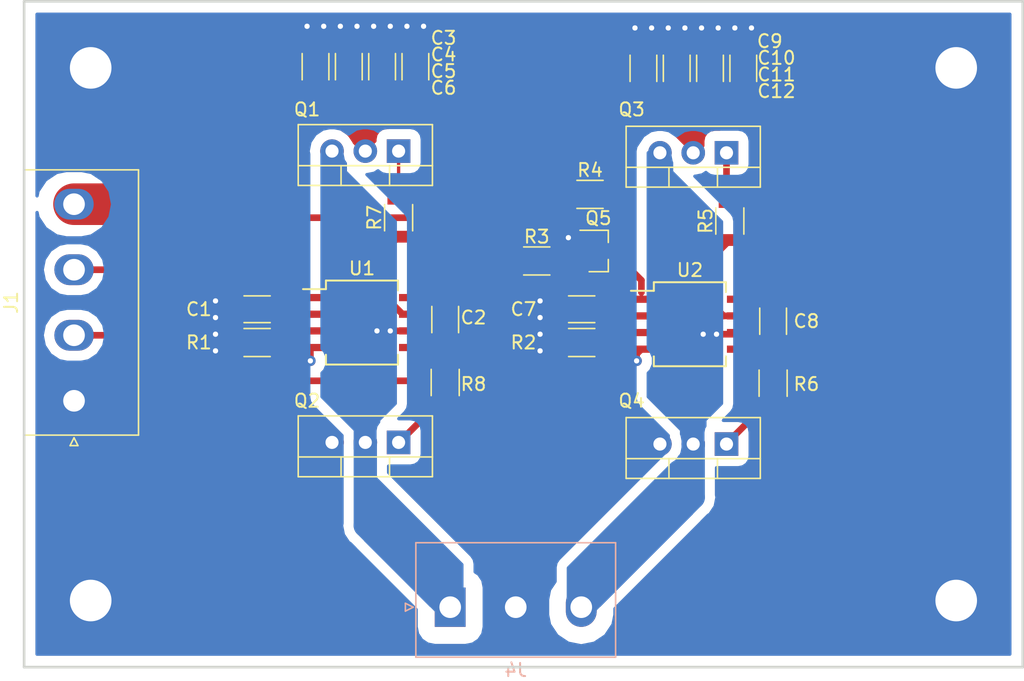
<source format=kicad_pcb>
(kicad_pcb (version 20171130) (host pcbnew "(5.0.1)-4")

  (general
    (thickness 1.6)
    (drawings 4)
    (tracks 196)
    (zones 0)
    (modules 29)
    (nets 21)
  )

  (page A4)
  (layers
    (0 F.Cu signal)
    (31 B.Cu signal)
    (32 B.Adhes user)
    (33 F.Adhes user)
    (34 B.Paste user)
    (35 F.Paste user)
    (36 B.SilkS user)
    (37 F.SilkS user)
    (38 B.Mask user)
    (39 F.Mask user)
    (40 Dwgs.User user)
    (41 Cmts.User user)
    (42 Eco1.User user)
    (43 Eco2.User user)
    (44 Edge.Cuts user)
    (45 Margin user hide)
    (46 B.CrtYd user)
    (47 F.CrtYd user)
    (48 B.Fab user)
    (49 F.Fab user hide)
  )

  (setup
    (last_trace_width 0.25)
    (trace_clearance 0.2)
    (zone_clearance 0.762)
    (zone_45_only no)
    (trace_min 0.2)
    (segment_width 0.2)
    (edge_width 0.15)
    (via_size 0.8)
    (via_drill 0.4)
    (via_min_size 0.4)
    (via_min_drill 0.3)
    (uvia_size 0.3)
    (uvia_drill 0.1)
    (uvias_allowed no)
    (uvia_min_size 0.2)
    (uvia_min_drill 0.1)
    (pcb_text_width 0.3)
    (pcb_text_size 1.5 1.5)
    (mod_edge_width 0.15)
    (mod_text_size 1 1)
    (mod_text_width 0.15)
    (pad_size 2.35 3)
    (pad_drill 1.65)
    (pad_to_mask_clearance 0.051)
    (solder_mask_min_width 0.25)
    (aux_axis_origin 0 0)
    (visible_elements 7FFFFFFF)
    (pcbplotparams
      (layerselection 0x010fc_ffffffff)
      (usegerberextensions false)
      (usegerberattributes false)
      (usegerberadvancedattributes false)
      (creategerberjobfile false)
      (excludeedgelayer true)
      (linewidth 0.100000)
      (plotframeref false)
      (viasonmask false)
      (mode 1)
      (useauxorigin false)
      (hpglpennumber 1)
      (hpglpenspeed 20)
      (hpglpendiameter 15.000000)
      (psnegative false)
      (psa4output false)
      (plotreference true)
      (plotvalue true)
      (plotinvisibletext false)
      (padsonsilk false)
      (subtractmaskfromsilk false)
      (outputformat 1)
      (mirror false)
      (drillshape 1)
      (scaleselection 1)
      (outputdirectory ""))
  )

  (net 0 "")
  (net 1 +12V)
  (net 2 GND)
  (net 3 "Net-(C2-Pad2)")
  (net 4 "Net-(C2-Pad1)")
  (net 5 "Net-(Q1-Pad1)")
  (net 6 VCC)
  (net 7 "Net-(Q2-Pad1)")
  (net 8 "Net-(R1-Pad1)")
  (net 9 "Net-(Q3-Pad1)")
  (net 10 "Net-(Q4-Pad1)")
  (net 11 "Net-(Q5-Pad3)")
  (net 12 "Net-(Q5-Pad2)")
  (net 13 "Net-(R2-Pad1)")
  (net 14 "Net-(C8-Pad2)")
  (net 15 "Net-(J1-Pad2)")
  (net 16 "Net-(C8-Pad1)")
  (net 17 "Net-(R8-Pad1)")
  (net 18 "Net-(R7-Pad1)")
  (net 19 "Net-(R6-Pad1)")
  (net 20 "Net-(R5-Pad1)")

  (net_class Default "This is the default net class."
    (clearance 0.2)
    (trace_width 0.25)
    (via_dia 0.8)
    (via_drill 0.4)
    (uvia_dia 0.3)
    (uvia_drill 0.1)
    (add_net +12V)
    (add_net GND)
    (add_net "Net-(C2-Pad1)")
    (add_net "Net-(C2-Pad2)")
    (add_net "Net-(C8-Pad1)")
    (add_net "Net-(C8-Pad2)")
    (add_net "Net-(J1-Pad2)")
    (add_net "Net-(Q1-Pad1)")
    (add_net "Net-(Q2-Pad1)")
    (add_net "Net-(Q3-Pad1)")
    (add_net "Net-(Q4-Pad1)")
    (add_net "Net-(Q5-Pad2)")
    (add_net "Net-(Q5-Pad3)")
    (add_net "Net-(R1-Pad1)")
    (add_net "Net-(R2-Pad1)")
    (add_net "Net-(R5-Pad1)")
    (add_net "Net-(R6-Pad1)")
    (add_net "Net-(R7-Pad1)")
    (add_net "Net-(R8-Pad1)")
    (add_net VCC)
  )

  (module Housings_SOIC:SO-8_5.3x6.2mm_Pitch1.27mm (layer F.Cu) (tedit 59920130) (tstamp 5BFB539F)
    (at 82.169 64.897)
    (descr "8-Lead Plastic Small Outline, 5.3x6.2mm Body (http://www.ti.com.cn/cn/lit/ds/symlink/tl7705a.pdf)")
    (tags "SOIC 1.27")
    (path /5B74C0EB)
    (attr smd)
    (fp_text reference U1 (at 0 -4.13) (layer F.SilkS)
      (effects (font (size 1 1) (thickness 0.15)))
    )
    (fp_text value L6384 (at 0 4.13) (layer F.Fab)
      (effects (font (size 1 1) (thickness 0.15)))
    )
    (fp_line (start -2.75 -2.55) (end -4.5 -2.55) (layer F.SilkS) (width 0.15))
    (fp_line (start -2.75 3.205) (end 2.75 3.205) (layer F.SilkS) (width 0.15))
    (fp_line (start -2.75 -3.205) (end 2.75 -3.205) (layer F.SilkS) (width 0.15))
    (fp_line (start -2.75 3.205) (end -2.75 2.455) (layer F.SilkS) (width 0.15))
    (fp_line (start 2.75 3.205) (end 2.75 2.455) (layer F.SilkS) (width 0.15))
    (fp_line (start 2.75 -3.205) (end 2.75 -2.455) (layer F.SilkS) (width 0.15))
    (fp_line (start -2.75 -3.205) (end -2.75 -2.55) (layer F.SilkS) (width 0.15))
    (fp_line (start -4.83 3.35) (end 4.83 3.35) (layer F.CrtYd) (width 0.05))
    (fp_line (start -4.83 -3.35) (end 4.83 -3.35) (layer F.CrtYd) (width 0.05))
    (fp_line (start 4.83 -3.35) (end 4.83 3.35) (layer F.CrtYd) (width 0.05))
    (fp_line (start -4.83 -3.35) (end -4.83 3.35) (layer F.CrtYd) (width 0.05))
    (fp_line (start -2.65 -2.1) (end -1.65 -3.1) (layer F.Fab) (width 0.15))
    (fp_line (start -2.65 3.1) (end -2.65 -2.1) (layer F.Fab) (width 0.15))
    (fp_line (start 2.65 3.1) (end -2.65 3.1) (layer F.Fab) (width 0.15))
    (fp_line (start 2.65 -3.1) (end 2.65 3.1) (layer F.Fab) (width 0.15))
    (fp_line (start -1.65 -3.1) (end 2.65 -3.1) (layer F.Fab) (width 0.15))
    (fp_text user %R (at 0 0) (layer F.Fab)
      (effects (font (size 1 1) (thickness 0.15)))
    )
    (pad 8 smd rect (at 3.7 -1.905) (size 1.75 0.55) (layers F.Cu F.Paste F.Mask)
      (net 4 "Net-(C2-Pad1)"))
    (pad 7 smd rect (at 3.7 -0.635) (size 1.75 0.55) (layers F.Cu F.Paste F.Mask)
      (net 18 "Net-(R7-Pad1)"))
    (pad 6 smd rect (at 3.7 0.635) (size 1.75 0.55) (layers F.Cu F.Paste F.Mask)
      (net 3 "Net-(C2-Pad2)"))
    (pad 5 smd rect (at 3.7 1.905) (size 1.75 0.55) (layers F.Cu F.Paste F.Mask)
      (net 17 "Net-(R8-Pad1)"))
    (pad 4 smd rect (at -3.7 1.905) (size 1.75 0.55) (layers F.Cu F.Paste F.Mask)
      (net 2 GND))
    (pad 3 smd rect (at -3.7 0.635) (size 1.75 0.55) (layers F.Cu F.Paste F.Mask)
      (net 8 "Net-(R1-Pad1)"))
    (pad 2 smd rect (at -3.7 -0.635) (size 1.75 0.55) (layers F.Cu F.Paste F.Mask)
      (net 1 +12V))
    (pad 1 smd rect (at -3.7 -1.905) (size 1.75 0.55) (layers F.Cu F.Paste F.Mask)
      (net 15 "Net-(J1-Pad2)"))
    (model ${KISYS3DMOD}/Housings_SOIC.3dshapes/SO-8_5.3x6.2mm_Pitch1.27mm.wrl
      (at (xyz 0 0 0))
      (scale (xyz 1 1 1))
      (rotate (xyz 0 0 0))
    )
  )

  (module Capacitors_SMD:C_1206 (layer F.Cu) (tedit 58AA84B8) (tstamp 5C1CA028)
    (at 98.933 63.881 180)
    (descr "Capacitor SMD 1206, reflow soldering, AVX (see smccp.pdf)")
    (tags "capacitor 1206")
    (path /5BFB37C3)
    (attr smd)
    (fp_text reference C7 (at 4.445 0 180) (layer F.SilkS)
      (effects (font (size 1 1) (thickness 0.15)))
    )
    (fp_text value 0.47uF (at 0 2 180) (layer F.Fab)
      (effects (font (size 1 1) (thickness 0.15)))
    )
    (fp_line (start 2.25 1.05) (end -2.25 1.05) (layer F.CrtYd) (width 0.05))
    (fp_line (start 2.25 1.05) (end 2.25 -1.05) (layer F.CrtYd) (width 0.05))
    (fp_line (start -2.25 -1.05) (end -2.25 1.05) (layer F.CrtYd) (width 0.05))
    (fp_line (start -2.25 -1.05) (end 2.25 -1.05) (layer F.CrtYd) (width 0.05))
    (fp_line (start -1 1.02) (end 1 1.02) (layer F.SilkS) (width 0.12))
    (fp_line (start 1 -1.02) (end -1 -1.02) (layer F.SilkS) (width 0.12))
    (fp_line (start -1.6 -0.8) (end 1.6 -0.8) (layer F.Fab) (width 0.1))
    (fp_line (start 1.6 -0.8) (end 1.6 0.8) (layer F.Fab) (width 0.1))
    (fp_line (start 1.6 0.8) (end -1.6 0.8) (layer F.Fab) (width 0.1))
    (fp_line (start -1.6 0.8) (end -1.6 -0.8) (layer F.Fab) (width 0.1))
    (fp_text user %R (at 0 -1.75 180) (layer F.Fab)
      (effects (font (size 1 1) (thickness 0.15)))
    )
    (pad 2 smd rect (at 1.5 0 180) (size 1 1.6) (layers F.Cu F.Paste F.Mask)
      (net 2 GND))
    (pad 1 smd rect (at -1.5 0 180) (size 1 1.6) (layers F.Cu F.Paste F.Mask)
      (net 1 +12V))
    (model Capacitors_SMD.3dshapes/C_1206.wrl
      (at (xyz 0 0 0))
      (scale (xyz 1 1 1))
      (rotate (xyz 0 0 0))
    )
  )

  (module Resistors_SMD:R_1206 (layer F.Cu) (tedit 58E0A804) (tstamp 5C1CC197)
    (at 74.168 66.421 180)
    (descr "Resistor SMD 1206, reflow soldering, Vishay (see dcrcw.pdf)")
    (tags "resistor 1206")
    (path /5B74C6E4)
    (attr smd)
    (fp_text reference R1 (at 4.445 0 180) (layer F.SilkS)
      (effects (font (size 1 1) (thickness 0.15)))
    )
    (fp_text value R (at 0 1.95 180) (layer F.Fab)
      (effects (font (size 1 1) (thickness 0.15)))
    )
    (fp_text user %R (at 0 0 180) (layer F.Fab)
      (effects (font (size 0.7 0.7) (thickness 0.105)))
    )
    (fp_line (start -1.6 0.8) (end -1.6 -0.8) (layer F.Fab) (width 0.1))
    (fp_line (start 1.6 0.8) (end -1.6 0.8) (layer F.Fab) (width 0.1))
    (fp_line (start 1.6 -0.8) (end 1.6 0.8) (layer F.Fab) (width 0.1))
    (fp_line (start -1.6 -0.8) (end 1.6 -0.8) (layer F.Fab) (width 0.1))
    (fp_line (start 1 1.07) (end -1 1.07) (layer F.SilkS) (width 0.12))
    (fp_line (start -1 -1.07) (end 1 -1.07) (layer F.SilkS) (width 0.12))
    (fp_line (start -2.15 -1.11) (end 2.15 -1.11) (layer F.CrtYd) (width 0.05))
    (fp_line (start -2.15 -1.11) (end -2.15 1.1) (layer F.CrtYd) (width 0.05))
    (fp_line (start 2.15 1.1) (end 2.15 -1.11) (layer F.CrtYd) (width 0.05))
    (fp_line (start 2.15 1.1) (end -2.15 1.1) (layer F.CrtYd) (width 0.05))
    (pad 1 smd rect (at -1.45 0 180) (size 0.9 1.7) (layers F.Cu F.Paste F.Mask)
      (net 8 "Net-(R1-Pad1)"))
    (pad 2 smd rect (at 1.45 0 180) (size 0.9 1.7) (layers F.Cu F.Paste F.Mask)
      (net 2 GND))
    (model ${KISYS3DMOD}/Resistors_SMD.3dshapes/R_1206.wrl
      (at (xyz 0 0 0))
      (scale (xyz 1 1 1))
      (rotate (xyz 0 0 0))
    )
  )

  (module Resistors_SMD:R_1206 (layer F.Cu) (tedit 58E0A804) (tstamp 5C1CC22C)
    (at 98.933 66.421 180)
    (descr "Resistor SMD 1206, reflow soldering, Vishay (see dcrcw.pdf)")
    (tags "resistor 1206")
    (path /5BFB37B4)
    (attr smd)
    (fp_text reference R2 (at 4.445 0 180) (layer F.SilkS)
      (effects (font (size 1 1) (thickness 0.15)))
    )
    (fp_text value R (at 0 1.95 180) (layer F.Fab)
      (effects (font (size 1 1) (thickness 0.15)))
    )
    (fp_line (start 2.15 1.1) (end -2.15 1.1) (layer F.CrtYd) (width 0.05))
    (fp_line (start 2.15 1.1) (end 2.15 -1.11) (layer F.CrtYd) (width 0.05))
    (fp_line (start -2.15 -1.11) (end -2.15 1.1) (layer F.CrtYd) (width 0.05))
    (fp_line (start -2.15 -1.11) (end 2.15 -1.11) (layer F.CrtYd) (width 0.05))
    (fp_line (start -1 -1.07) (end 1 -1.07) (layer F.SilkS) (width 0.12))
    (fp_line (start 1 1.07) (end -1 1.07) (layer F.SilkS) (width 0.12))
    (fp_line (start -1.6 -0.8) (end 1.6 -0.8) (layer F.Fab) (width 0.1))
    (fp_line (start 1.6 -0.8) (end 1.6 0.8) (layer F.Fab) (width 0.1))
    (fp_line (start 1.6 0.8) (end -1.6 0.8) (layer F.Fab) (width 0.1))
    (fp_line (start -1.6 0.8) (end -1.6 -0.8) (layer F.Fab) (width 0.1))
    (fp_text user %R (at 0 0 180) (layer F.Fab)
      (effects (font (size 0.7 0.7) (thickness 0.105)))
    )
    (pad 2 smd rect (at 1.45 0 180) (size 0.9 1.7) (layers F.Cu F.Paste F.Mask)
      (net 2 GND))
    (pad 1 smd rect (at -1.45 0 180) (size 0.9 1.7) (layers F.Cu F.Paste F.Mask)
      (net 13 "Net-(R2-Pad1)"))
    (model ${KISYS3DMOD}/Resistors_SMD.3dshapes/R_1206.wrl
      (at (xyz 0 0 0))
      (scale (xyz 1 1 1))
      (rotate (xyz 0 0 0))
    )
  )

  (module Resistors_SMD:R_1206 (layer F.Cu) (tedit 58E0A804) (tstamp 5C1CC21B)
    (at 95.504 60.198)
    (descr "Resistor SMD 1206, reflow soldering, Vishay (see dcrcw.pdf)")
    (tags "resistor 1206")
    (path /5BFBBC06)
    (attr smd)
    (fp_text reference R3 (at 0 -1.85) (layer F.SilkS)
      (effects (font (size 1 1) (thickness 0.15)))
    )
    (fp_text value R (at 0 1.95) (layer F.Fab)
      (effects (font (size 1 1) (thickness 0.15)))
    )
    (fp_text user %R (at 0 0) (layer F.Fab)
      (effects (font (size 0.7 0.7) (thickness 0.105)))
    )
    (fp_line (start -1.6 0.8) (end -1.6 -0.8) (layer F.Fab) (width 0.1))
    (fp_line (start 1.6 0.8) (end -1.6 0.8) (layer F.Fab) (width 0.1))
    (fp_line (start 1.6 -0.8) (end 1.6 0.8) (layer F.Fab) (width 0.1))
    (fp_line (start -1.6 -0.8) (end 1.6 -0.8) (layer F.Fab) (width 0.1))
    (fp_line (start 1 1.07) (end -1 1.07) (layer F.SilkS) (width 0.12))
    (fp_line (start -1 -1.07) (end 1 -1.07) (layer F.SilkS) (width 0.12))
    (fp_line (start -2.15 -1.11) (end 2.15 -1.11) (layer F.CrtYd) (width 0.05))
    (fp_line (start -2.15 -1.11) (end -2.15 1.1) (layer F.CrtYd) (width 0.05))
    (fp_line (start 2.15 1.1) (end 2.15 -1.11) (layer F.CrtYd) (width 0.05))
    (fp_line (start 2.15 1.1) (end -2.15 1.1) (layer F.CrtYd) (width 0.05))
    (pad 1 smd rect (at -1.45 0) (size 0.9 1.7) (layers F.Cu F.Paste F.Mask)
      (net 15 "Net-(J1-Pad2)"))
    (pad 2 smd rect (at 1.45 0) (size 0.9 1.7) (layers F.Cu F.Paste F.Mask)
      (net 12 "Net-(Q5-Pad2)"))
    (model ${KISYS3DMOD}/Resistors_SMD.3dshapes/R_1206.wrl
      (at (xyz 0 0 0))
      (scale (xyz 1 1 1))
      (rotate (xyz 0 0 0))
    )
  )

  (module Resistors_SMD:R_1206 (layer F.Cu) (tedit 58E0A804) (tstamp 5C1CC20A)
    (at 99.568 55.118)
    (descr "Resistor SMD 1206, reflow soldering, Vishay (see dcrcw.pdf)")
    (tags "resistor 1206")
    (path /5BFBF004)
    (attr smd)
    (fp_text reference R4 (at 0 -1.85) (layer F.SilkS)
      (effects (font (size 1 1) (thickness 0.15)))
    )
    (fp_text value R (at 0 1.95) (layer F.Fab)
      (effects (font (size 1 1) (thickness 0.15)))
    )
    (fp_line (start 2.15 1.1) (end -2.15 1.1) (layer F.CrtYd) (width 0.05))
    (fp_line (start 2.15 1.1) (end 2.15 -1.11) (layer F.CrtYd) (width 0.05))
    (fp_line (start -2.15 -1.11) (end -2.15 1.1) (layer F.CrtYd) (width 0.05))
    (fp_line (start -2.15 -1.11) (end 2.15 -1.11) (layer F.CrtYd) (width 0.05))
    (fp_line (start -1 -1.07) (end 1 -1.07) (layer F.SilkS) (width 0.12))
    (fp_line (start 1 1.07) (end -1 1.07) (layer F.SilkS) (width 0.12))
    (fp_line (start -1.6 -0.8) (end 1.6 -0.8) (layer F.Fab) (width 0.1))
    (fp_line (start 1.6 -0.8) (end 1.6 0.8) (layer F.Fab) (width 0.1))
    (fp_line (start 1.6 0.8) (end -1.6 0.8) (layer F.Fab) (width 0.1))
    (fp_line (start -1.6 0.8) (end -1.6 -0.8) (layer F.Fab) (width 0.1))
    (fp_text user %R (at 0 0) (layer F.Fab)
      (effects (font (size 0.7 0.7) (thickness 0.105)))
    )
    (pad 2 smd rect (at 1.45 0) (size 0.9 1.7) (layers F.Cu F.Paste F.Mask)
      (net 11 "Net-(Q5-Pad3)"))
    (pad 1 smd rect (at -1.45 0) (size 0.9 1.7) (layers F.Cu F.Paste F.Mask)
      (net 1 +12V))
    (model ${KISYS3DMOD}/Resistors_SMD.3dshapes/R_1206.wrl
      (at (xyz 0 0 0))
      (scale (xyz 1 1 1))
      (rotate (xyz 0 0 0))
    )
  )

  (module Resistors_SMD:R_1206 (layer F.Cu) (tedit 58E0A804) (tstamp 5C1CC1F9)
    (at 110.236 57.15 90)
    (descr "Resistor SMD 1206, reflow soldering, Vishay (see dcrcw.pdf)")
    (tags "resistor 1206")
    (path /5C227514)
    (attr smd)
    (fp_text reference R5 (at 0 -1.85 90) (layer F.SilkS)
      (effects (font (size 1 1) (thickness 0.15)))
    )
    (fp_text value R (at 0 1.95 90) (layer F.Fab)
      (effects (font (size 1 1) (thickness 0.15)))
    )
    (fp_text user %R (at 0 0 90) (layer F.Fab)
      (effects (font (size 0.7 0.7) (thickness 0.105)))
    )
    (fp_line (start -1.6 0.8) (end -1.6 -0.8) (layer F.Fab) (width 0.1))
    (fp_line (start 1.6 0.8) (end -1.6 0.8) (layer F.Fab) (width 0.1))
    (fp_line (start 1.6 -0.8) (end 1.6 0.8) (layer F.Fab) (width 0.1))
    (fp_line (start -1.6 -0.8) (end 1.6 -0.8) (layer F.Fab) (width 0.1))
    (fp_line (start 1 1.07) (end -1 1.07) (layer F.SilkS) (width 0.12))
    (fp_line (start -1 -1.07) (end 1 -1.07) (layer F.SilkS) (width 0.12))
    (fp_line (start -2.15 -1.11) (end 2.15 -1.11) (layer F.CrtYd) (width 0.05))
    (fp_line (start -2.15 -1.11) (end -2.15 1.1) (layer F.CrtYd) (width 0.05))
    (fp_line (start 2.15 1.1) (end 2.15 -1.11) (layer F.CrtYd) (width 0.05))
    (fp_line (start 2.15 1.1) (end -2.15 1.1) (layer F.CrtYd) (width 0.05))
    (pad 1 smd rect (at -1.45 0 90) (size 0.9 1.7) (layers F.Cu F.Paste F.Mask)
      (net 20 "Net-(R5-Pad1)"))
    (pad 2 smd rect (at 1.45 0 90) (size 0.9 1.7) (layers F.Cu F.Paste F.Mask)
      (net 9 "Net-(Q3-Pad1)"))
    (model ${KISYS3DMOD}/Resistors_SMD.3dshapes/R_1206.wrl
      (at (xyz 0 0 0))
      (scale (xyz 1 1 1))
      (rotate (xyz 0 0 0))
    )
  )

  (module Resistors_SMD:R_1206 (layer F.Cu) (tedit 58E0A804) (tstamp 5C1CC1C8)
    (at 84.963 56.896 90)
    (descr "Resistor SMD 1206, reflow soldering, Vishay (see dcrcw.pdf)")
    (tags "resistor 1206")
    (path /5C20F1F1)
    (attr smd)
    (fp_text reference R7 (at 0 -1.85 90) (layer F.SilkS)
      (effects (font (size 1 1) (thickness 0.15)))
    )
    (fp_text value R (at 0 1.95 90) (layer F.Fab)
      (effects (font (size 1 1) (thickness 0.15)))
    )
    (fp_line (start 2.15 1.1) (end -2.15 1.1) (layer F.CrtYd) (width 0.05))
    (fp_line (start 2.15 1.1) (end 2.15 -1.11) (layer F.CrtYd) (width 0.05))
    (fp_line (start -2.15 -1.11) (end -2.15 1.1) (layer F.CrtYd) (width 0.05))
    (fp_line (start -2.15 -1.11) (end 2.15 -1.11) (layer F.CrtYd) (width 0.05))
    (fp_line (start -1 -1.07) (end 1 -1.07) (layer F.SilkS) (width 0.12))
    (fp_line (start 1 1.07) (end -1 1.07) (layer F.SilkS) (width 0.12))
    (fp_line (start -1.6 -0.8) (end 1.6 -0.8) (layer F.Fab) (width 0.1))
    (fp_line (start 1.6 -0.8) (end 1.6 0.8) (layer F.Fab) (width 0.1))
    (fp_line (start 1.6 0.8) (end -1.6 0.8) (layer F.Fab) (width 0.1))
    (fp_line (start -1.6 0.8) (end -1.6 -0.8) (layer F.Fab) (width 0.1))
    (fp_text user %R (at 0 0 90) (layer F.Fab)
      (effects (font (size 0.7 0.7) (thickness 0.105)))
    )
    (pad 2 smd rect (at 1.45 0 90) (size 0.9 1.7) (layers F.Cu F.Paste F.Mask)
      (net 5 "Net-(Q1-Pad1)"))
    (pad 1 smd rect (at -1.45 0 90) (size 0.9 1.7) (layers F.Cu F.Paste F.Mask)
      (net 18 "Net-(R7-Pad1)"))
    (model ${KISYS3DMOD}/Resistors_SMD.3dshapes/R_1206.wrl
      (at (xyz 0 0 0))
      (scale (xyz 1 1 1))
      (rotate (xyz 0 0 0))
    )
  )

  (module Resistors_SMD:R_1206 (layer F.Cu) (tedit 58E0A804) (tstamp 5C1C9EAC)
    (at 113.538 69.522 270)
    (descr "Resistor SMD 1206, reflow soldering, Vishay (see dcrcw.pdf)")
    (tags "resistor 1206")
    (path /5C229CB2)
    (attr smd)
    (fp_text reference R6 (at 0.074 -2.54) (layer F.SilkS)
      (effects (font (size 1 1) (thickness 0.15)))
    )
    (fp_text value R (at 0 1.95 270) (layer F.Fab)
      (effects (font (size 1 1) (thickness 0.15)))
    )
    (fp_text user %R (at 0 0 270) (layer F.Fab)
      (effects (font (size 0.7 0.7) (thickness 0.105)))
    )
    (fp_line (start -1.6 0.8) (end -1.6 -0.8) (layer F.Fab) (width 0.1))
    (fp_line (start 1.6 0.8) (end -1.6 0.8) (layer F.Fab) (width 0.1))
    (fp_line (start 1.6 -0.8) (end 1.6 0.8) (layer F.Fab) (width 0.1))
    (fp_line (start -1.6 -0.8) (end 1.6 -0.8) (layer F.Fab) (width 0.1))
    (fp_line (start 1 1.07) (end -1 1.07) (layer F.SilkS) (width 0.12))
    (fp_line (start -1 -1.07) (end 1 -1.07) (layer F.SilkS) (width 0.12))
    (fp_line (start -2.15 -1.11) (end 2.15 -1.11) (layer F.CrtYd) (width 0.05))
    (fp_line (start -2.15 -1.11) (end -2.15 1.1) (layer F.CrtYd) (width 0.05))
    (fp_line (start 2.15 1.1) (end 2.15 -1.11) (layer F.CrtYd) (width 0.05))
    (fp_line (start 2.15 1.1) (end -2.15 1.1) (layer F.CrtYd) (width 0.05))
    (pad 1 smd rect (at -1.45 0 270) (size 0.9 1.7) (layers F.Cu F.Paste F.Mask)
      (net 19 "Net-(R6-Pad1)"))
    (pad 2 smd rect (at 1.45 0 270) (size 0.9 1.7) (layers F.Cu F.Paste F.Mask)
      (net 10 "Net-(Q4-Pad1)"))
    (model ${KISYS3DMOD}/Resistors_SMD.3dshapes/R_1206.wrl
      (at (xyz 0 0 0))
      (scale (xyz 1 1 1))
      (rotate (xyz 0 0 0))
    )
  )

  (module Resistors_SMD:R_1206 (layer F.Cu) (tedit 58E0A804) (tstamp 5C1C9E8A)
    (at 88.519 69.469 270)
    (descr "Resistor SMD 1206, reflow soldering, Vishay (see dcrcw.pdf)")
    (tags "resistor 1206")
    (path /5C21FCEE)
    (attr smd)
    (fp_text reference R8 (at 0.127 -2.159) (layer F.SilkS)
      (effects (font (size 1 1) (thickness 0.15)))
    )
    (fp_text value R (at 0 1.95 270) (layer F.Fab)
      (effects (font (size 1 1) (thickness 0.15)))
    )
    (fp_text user %R (at 0 0 270) (layer F.Fab)
      (effects (font (size 0.7 0.7) (thickness 0.105)))
    )
    (fp_line (start -1.6 0.8) (end -1.6 -0.8) (layer F.Fab) (width 0.1))
    (fp_line (start 1.6 0.8) (end -1.6 0.8) (layer F.Fab) (width 0.1))
    (fp_line (start 1.6 -0.8) (end 1.6 0.8) (layer F.Fab) (width 0.1))
    (fp_line (start -1.6 -0.8) (end 1.6 -0.8) (layer F.Fab) (width 0.1))
    (fp_line (start 1 1.07) (end -1 1.07) (layer F.SilkS) (width 0.12))
    (fp_line (start -1 -1.07) (end 1 -1.07) (layer F.SilkS) (width 0.12))
    (fp_line (start -2.15 -1.11) (end 2.15 -1.11) (layer F.CrtYd) (width 0.05))
    (fp_line (start -2.15 -1.11) (end -2.15 1.1) (layer F.CrtYd) (width 0.05))
    (fp_line (start 2.15 1.1) (end 2.15 -1.11) (layer F.CrtYd) (width 0.05))
    (fp_line (start 2.15 1.1) (end -2.15 1.1) (layer F.CrtYd) (width 0.05))
    (pad 1 smd rect (at -1.45 0 270) (size 0.9 1.7) (layers F.Cu F.Paste F.Mask)
      (net 17 "Net-(R8-Pad1)"))
    (pad 2 smd rect (at 1.45 0 270) (size 0.9 1.7) (layers F.Cu F.Paste F.Mask)
      (net 7 "Net-(Q2-Pad1)"))
    (model ${KISYS3DMOD}/Resistors_SMD.3dshapes/R_1206.wrl
      (at (xyz 0 0 0))
      (scale (xyz 1 1 1))
      (rotate (xyz 0 0 0))
    )
  )

  (module Capacitors_SMD:C_1206 (layer F.Cu) (tedit 58AA84B8) (tstamp 5C1CA0D9)
    (at 74.168 63.881 180)
    (descr "Capacitor SMD 1206, reflow soldering, AVX (see smccp.pdf)")
    (tags "capacitor 1206")
    (path /5B74C91E)
    (attr smd)
    (fp_text reference C1 (at 4.445 0 180) (layer F.SilkS)
      (effects (font (size 1 1) (thickness 0.15)))
    )
    (fp_text value 0.47uF (at 0 2 180) (layer F.Fab)
      (effects (font (size 1 1) (thickness 0.15)))
    )
    (fp_text user %R (at 0 -1.75 180) (layer F.Fab)
      (effects (font (size 1 1) (thickness 0.15)))
    )
    (fp_line (start -1.6 0.8) (end -1.6 -0.8) (layer F.Fab) (width 0.1))
    (fp_line (start 1.6 0.8) (end -1.6 0.8) (layer F.Fab) (width 0.1))
    (fp_line (start 1.6 -0.8) (end 1.6 0.8) (layer F.Fab) (width 0.1))
    (fp_line (start -1.6 -0.8) (end 1.6 -0.8) (layer F.Fab) (width 0.1))
    (fp_line (start 1 -1.02) (end -1 -1.02) (layer F.SilkS) (width 0.12))
    (fp_line (start -1 1.02) (end 1 1.02) (layer F.SilkS) (width 0.12))
    (fp_line (start -2.25 -1.05) (end 2.25 -1.05) (layer F.CrtYd) (width 0.05))
    (fp_line (start -2.25 -1.05) (end -2.25 1.05) (layer F.CrtYd) (width 0.05))
    (fp_line (start 2.25 1.05) (end 2.25 -1.05) (layer F.CrtYd) (width 0.05))
    (fp_line (start 2.25 1.05) (end -2.25 1.05) (layer F.CrtYd) (width 0.05))
    (pad 1 smd rect (at -1.5 0 180) (size 1 1.6) (layers F.Cu F.Paste F.Mask)
      (net 1 +12V))
    (pad 2 smd rect (at 1.5 0 180) (size 1 1.6) (layers F.Cu F.Paste F.Mask)
      (net 2 GND))
    (model Capacitors_SMD.3dshapes/C_1206.wrl
      (at (xyz 0 0 0))
      (scale (xyz 1 1 1))
      (rotate (xyz 0 0 0))
    )
  )

  (module Capacitors_SMD:C_1206 (layer F.Cu) (tedit 5C1C49B1) (tstamp 5C1C9144)
    (at 111.263176 45.499761 90)
    (descr "Capacitor SMD 1206, reflow soldering, AVX (see smccp.pdf)")
    (tags "capacitor 1206")
    (path /5C1ECDD4)
    (attr smd)
    (fp_text reference C12 (at -1.744239 2.528824 180) (layer F.SilkS)
      (effects (font (size 1 1) (thickness 0.15)))
    )
    (fp_text value 4.7uF (at 4.595999 0.423999 90) (layer F.Fab)
      (effects (font (size 1 1) (thickness 0.15)))
    )
    (fp_text user %R (at -3.268239 -0.011176 90) (layer F.Fab)
      (effects (font (size 1 1) (thickness 0.15)))
    )
    (fp_line (start -1.6 0.8) (end -1.6 -0.8) (layer F.Fab) (width 0.1))
    (fp_line (start 1.6 0.8) (end -1.6 0.8) (layer F.Fab) (width 0.1))
    (fp_line (start 1.6 -0.8) (end 1.6 0.8) (layer F.Fab) (width 0.1))
    (fp_line (start -1.6 -0.8) (end 1.6 -0.8) (layer F.Fab) (width 0.1))
    (fp_line (start 1 -1.02) (end -1 -1.02) (layer F.SilkS) (width 0.12))
    (fp_line (start -1 1.02) (end 1 1.02) (layer F.SilkS) (width 0.12))
    (fp_line (start -2.25 -1.05) (end 2.25 -1.05) (layer F.CrtYd) (width 0.05))
    (fp_line (start -2.25 -1.05) (end -2.25 1.05) (layer F.CrtYd) (width 0.05))
    (fp_line (start 2.25 1.05) (end 2.25 -1.05) (layer F.CrtYd) (width 0.05))
    (fp_line (start 2.25 1.05) (end -2.25 1.05) (layer F.CrtYd) (width 0.05))
    (pad 1 smd rect (at -1.5 0 90) (size 1 1.6) (layers F.Cu F.Paste F.Mask)
      (net 6 VCC))
    (pad 2 smd rect (at 1.5 0 90) (size 1 1.6) (layers F.Cu F.Paste F.Mask)
      (net 2 GND))
    (model Capacitors_SMD.3dshapes/C_1206.wrl
      (at (xyz 0 0 0))
      (scale (xyz 1 1 1))
      (rotate (xyz 0 0 0))
    )
  )

  (module Capacitors_SMD:C_1206 (layer F.Cu) (tedit 5C1C49AD) (tstamp 5C1C9134)
    (at 108.723176 45.499761 90)
    (descr "Capacitor SMD 1206, reflow soldering, AVX (see smccp.pdf)")
    (tags "capacitor 1206")
    (path /5C1EBA79)
    (attr smd)
    (fp_text reference C11 (at -0.474239 5.068824 180) (layer F.SilkS)
      (effects (font (size 1 1) (thickness 0.15)))
    )
    (fp_text value 4.7uF (at 4.445 0 90) (layer F.Fab)
      (effects (font (size 1 1) (thickness 0.15)))
    )
    (fp_line (start 2.25 1.05) (end -2.25 1.05) (layer F.CrtYd) (width 0.05))
    (fp_line (start 2.25 1.05) (end 2.25 -1.05) (layer F.CrtYd) (width 0.05))
    (fp_line (start -2.25 -1.05) (end -2.25 1.05) (layer F.CrtYd) (width 0.05))
    (fp_line (start -2.25 -1.05) (end 2.25 -1.05) (layer F.CrtYd) (width 0.05))
    (fp_line (start -1 1.02) (end 1 1.02) (layer F.SilkS) (width 0.12))
    (fp_line (start 1 -1.02) (end -1 -1.02) (layer F.SilkS) (width 0.12))
    (fp_line (start -1.6 -0.8) (end 1.6 -0.8) (layer F.Fab) (width 0.1))
    (fp_line (start 1.6 -0.8) (end 1.6 0.8) (layer F.Fab) (width 0.1))
    (fp_line (start 1.6 0.8) (end -1.6 0.8) (layer F.Fab) (width 0.1))
    (fp_line (start -1.6 0.8) (end -1.6 -0.8) (layer F.Fab) (width 0.1))
    (fp_text user %R (at -3.175 0 90) (layer F.Fab)
      (effects (font (size 1 1) (thickness 0.15)))
    )
    (pad 2 smd rect (at 1.5 0 90) (size 1 1.6) (layers F.Cu F.Paste F.Mask)
      (net 2 GND))
    (pad 1 smd rect (at -1.5 0 90) (size 1 1.6) (layers F.Cu F.Paste F.Mask)
      (net 6 VCC))
    (model Capacitors_SMD.3dshapes/C_1206.wrl
      (at (xyz 0 0 0))
      (scale (xyz 1 1 1))
      (rotate (xyz 0 0 0))
    )
  )

  (module Capacitors_SMD:C_1206 (layer F.Cu) (tedit 5C1C495F) (tstamp 5C1C9124)
    (at 103.643176 45.499761 90)
    (descr "Capacitor SMD 1206, reflow soldering, AVX (see smccp.pdf)")
    (tags "capacitor 1206")
    (path /5C1E93BC)
    (attr smd)
    (fp_text reference C9 (at 2.065761 9.640824 180) (layer F.SilkS)
      (effects (font (size 1 1) (thickness 0.15)))
    )
    (fp_text value 4.7uF (at 4.445 0 90) (layer F.Fab)
      (effects (font (size 1 1) (thickness 0.15)))
    )
    (fp_text user %R (at -3.175 0 90) (layer F.Fab)
      (effects (font (size 1 1) (thickness 0.15)))
    )
    (fp_line (start -1.6 0.8) (end -1.6 -0.8) (layer F.Fab) (width 0.1))
    (fp_line (start 1.6 0.8) (end -1.6 0.8) (layer F.Fab) (width 0.1))
    (fp_line (start 1.6 -0.8) (end 1.6 0.8) (layer F.Fab) (width 0.1))
    (fp_line (start -1.6 -0.8) (end 1.6 -0.8) (layer F.Fab) (width 0.1))
    (fp_line (start 1 -1.02) (end -1 -1.02) (layer F.SilkS) (width 0.12))
    (fp_line (start -1 1.02) (end 1 1.02) (layer F.SilkS) (width 0.12))
    (fp_line (start -2.25 -1.05) (end 2.25 -1.05) (layer F.CrtYd) (width 0.05))
    (fp_line (start -2.25 -1.05) (end -2.25 1.05) (layer F.CrtYd) (width 0.05))
    (fp_line (start 2.25 1.05) (end 2.25 -1.05) (layer F.CrtYd) (width 0.05))
    (fp_line (start 2.25 1.05) (end -2.25 1.05) (layer F.CrtYd) (width 0.05))
    (pad 1 smd rect (at -1.5 0 90) (size 1 1.6) (layers F.Cu F.Paste F.Mask)
      (net 6 VCC))
    (pad 2 smd rect (at 1.5 0 90) (size 1 1.6) (layers F.Cu F.Paste F.Mask)
      (net 2 GND))
    (model Capacitors_SMD.3dshapes/C_1206.wrl
      (at (xyz 0 0 0))
      (scale (xyz 1 1 1))
      (rotate (xyz 0 0 0))
    )
  )

  (module Capacitors_SMD:C_1206 (layer F.Cu) (tedit 5C1C4968) (tstamp 5C1C9112)
    (at 106.183176 45.499761 90)
    (descr "Capacitor SMD 1206, reflow soldering, AVX (see smccp.pdf)")
    (tags "capacitor 1206")
    (path /5C1EA719)
    (attr smd)
    (fp_text reference C10 (at 0.795761 7.608824 180) (layer F.SilkS)
      (effects (font (size 1 1) (thickness 0.15)))
    )
    (fp_text value 4.7uF (at 4.445 0 90) (layer F.Fab)
      (effects (font (size 1 1) (thickness 0.15)))
    )
    (fp_text user %R (at -3.175 0 90) (layer F.Fab)
      (effects (font (size 1 1) (thickness 0.15)))
    )
    (fp_line (start -1.6 0.8) (end -1.6 -0.8) (layer F.Fab) (width 0.1))
    (fp_line (start 1.6 0.8) (end -1.6 0.8) (layer F.Fab) (width 0.1))
    (fp_line (start 1.6 -0.8) (end 1.6 0.8) (layer F.Fab) (width 0.1))
    (fp_line (start -1.6 -0.8) (end 1.6 -0.8) (layer F.Fab) (width 0.1))
    (fp_line (start 1 -1.02) (end -1 -1.02) (layer F.SilkS) (width 0.12))
    (fp_line (start -1 1.02) (end 1 1.02) (layer F.SilkS) (width 0.12))
    (fp_line (start -2.25 -1.05) (end 2.25 -1.05) (layer F.CrtYd) (width 0.05))
    (fp_line (start -2.25 -1.05) (end -2.25 1.05) (layer F.CrtYd) (width 0.05))
    (fp_line (start 2.25 1.05) (end 2.25 -1.05) (layer F.CrtYd) (width 0.05))
    (fp_line (start 2.25 1.05) (end -2.25 1.05) (layer F.CrtYd) (width 0.05))
    (pad 1 smd rect (at -1.5 0 90) (size 1 1.6) (layers F.Cu F.Paste F.Mask)
      (net 6 VCC))
    (pad 2 smd rect (at 1.5 0 90) (size 1 1.6) (layers F.Cu F.Paste F.Mask)
      (net 2 GND))
    (model Capacitors_SMD.3dshapes/C_1206.wrl
      (at (xyz 0 0 0))
      (scale (xyz 1 1 1))
      (rotate (xyz 0 0 0))
    )
  )

  (module Housings_SOIC:SO-8_5.3x6.2mm_Pitch1.27mm (layer F.Cu) (tedit 5C1C490F) (tstamp 5C1C90C7)
    (at 107.188 65.024)
    (descr "8-Lead Plastic Small Outline, 5.3x6.2mm Body (http://www.ti.com.cn/cn/lit/ds/symlink/tl7705a.pdf)")
    (tags "SOIC 1.27")
    (path /5BFB378C)
    (attr smd)
    (fp_text reference U2 (at 0 -4.13) (layer F.SilkS)
      (effects (font (size 1 1) (thickness 0.15)))
    )
    (fp_text value L6384 (at 0 4.13) (layer F.Fab)
      (effects (font (size 1 1) (thickness 0.15)))
    )
    (fp_text user %R (at 0 0) (layer F.Fab)
      (effects (font (size 1 1) (thickness 0.15)))
    )
    (fp_line (start -1.65 -3.1) (end 2.65 -3.1) (layer F.Fab) (width 0.15))
    (fp_line (start 2.65 -3.1) (end 2.65 3.1) (layer F.Fab) (width 0.15))
    (fp_line (start 2.65 3.1) (end -2.65 3.1) (layer F.Fab) (width 0.15))
    (fp_line (start -2.65 3.1) (end -2.65 -2.1) (layer F.Fab) (width 0.15))
    (fp_line (start -2.65 -2.1) (end -1.65 -3.1) (layer F.Fab) (width 0.15))
    (fp_line (start -4.83 -3.35) (end -4.83 3.35) (layer F.CrtYd) (width 0.05))
    (fp_line (start 4.83 -3.35) (end 4.83 3.35) (layer F.CrtYd) (width 0.05))
    (fp_line (start -4.83 -3.35) (end 4.83 -3.35) (layer F.CrtYd) (width 0.05))
    (fp_line (start -4.83 3.35) (end 4.83 3.35) (layer F.CrtYd) (width 0.05))
    (fp_line (start -2.75 -3.205) (end -2.75 -2.55) (layer F.SilkS) (width 0.15))
    (fp_line (start 2.75 -3.205) (end 2.75 -2.455) (layer F.SilkS) (width 0.15))
    (fp_line (start 2.75 3.205) (end 2.75 2.455) (layer F.SilkS) (width 0.15))
    (fp_line (start -2.75 3.205) (end -2.75 2.455) (layer F.SilkS) (width 0.15))
    (fp_line (start -2.75 -3.205) (end 2.75 -3.205) (layer F.SilkS) (width 0.15))
    (fp_line (start -2.75 3.205) (end 2.75 3.205) (layer F.SilkS) (width 0.15))
    (fp_line (start -2.75 -2.55) (end -4.5 -2.55) (layer F.SilkS) (width 0.15))
    (pad 1 smd rect (at -3.7 -1.905) (size 1.75 0.55) (layers F.Cu F.Paste F.Mask)
      (net 11 "Net-(Q5-Pad3)"))
    (pad 2 smd rect (at -3.7 -0.635) (size 1.75 0.55) (layers F.Cu F.Paste F.Mask)
      (net 1 +12V))
    (pad 3 smd rect (at -3.7 0.635) (size 1.75 0.55) (layers F.Cu F.Paste F.Mask)
      (net 13 "Net-(R2-Pad1)"))
    (pad 4 smd rect (at -3.7 1.905) (size 1.75 0.55) (layers F.Cu F.Paste F.Mask)
      (net 2 GND))
    (pad 5 smd rect (at 3.7 1.905) (size 1.75 0.55) (layers F.Cu F.Paste F.Mask)
      (net 19 "Net-(R6-Pad1)"))
    (pad 6 smd rect (at 3.7 0.635) (size 1.75 0.55) (layers F.Cu F.Paste F.Mask)
      (net 14 "Net-(C8-Pad2)"))
    (pad 7 smd rect (at 3.7 -0.635) (size 1.75 0.55) (layers F.Cu F.Paste F.Mask)
      (net 20 "Net-(R5-Pad1)"))
    (pad 8 smd rect (at 3.7 -1.905) (size 1.75 0.55) (layers F.Cu F.Paste F.Mask)
      (net 16 "Net-(C8-Pad1)"))
    (model ${KISYS3DMOD}/Housings_SOIC.3dshapes/SO-8_5.3x6.2mm_Pitch1.27mm.wrl
      (at (xyz 0 0 0))
      (scale (xyz 1 1 1))
      (rotate (xyz 0 0 0))
    )
  )

  (module Capacitors_SMD:C_1206 (layer F.Cu) (tedit 5C1C491B) (tstamp 5C1C90B7)
    (at 113.538 64.794 270)
    (descr "Capacitor SMD 1206, reflow soldering, AVX (see smccp.pdf)")
    (tags "capacitor 1206")
    (path /5BFB377F)
    (attr smd)
    (fp_text reference C8 (at 0 -2.54) (layer F.SilkS)
      (effects (font (size 1 1) (thickness 0.15)))
    )
    (fp_text value 0.47uF (at -3.81 0) (layer F.Fab)
      (effects (font (size 1 1) (thickness 0.15)))
    )
    (fp_text user %R (at 0 -1.75 270) (layer F.Fab)
      (effects (font (size 1 1) (thickness 0.15)))
    )
    (fp_line (start -1.6 0.8) (end -1.6 -0.8) (layer F.Fab) (width 0.1))
    (fp_line (start 1.6 0.8) (end -1.6 0.8) (layer F.Fab) (width 0.1))
    (fp_line (start 1.6 -0.8) (end 1.6 0.8) (layer F.Fab) (width 0.1))
    (fp_line (start -1.6 -0.8) (end 1.6 -0.8) (layer F.Fab) (width 0.1))
    (fp_line (start 1 -1.02) (end -1 -1.02) (layer F.SilkS) (width 0.12))
    (fp_line (start -1 1.02) (end 1 1.02) (layer F.SilkS) (width 0.12))
    (fp_line (start -2.25 -1.05) (end 2.25 -1.05) (layer F.CrtYd) (width 0.05))
    (fp_line (start -2.25 -1.05) (end -2.25 1.05) (layer F.CrtYd) (width 0.05))
    (fp_line (start 2.25 1.05) (end 2.25 -1.05) (layer F.CrtYd) (width 0.05))
    (fp_line (start 2.25 1.05) (end -2.25 1.05) (layer F.CrtYd) (width 0.05))
    (pad 1 smd rect (at -1.5 0 270) (size 1 1.6) (layers F.Cu F.Paste F.Mask)
      (net 16 "Net-(C8-Pad1)"))
    (pad 2 smd rect (at 1.5 0 270) (size 1 1.6) (layers F.Cu F.Paste F.Mask)
      (net 14 "Net-(C8-Pad2)"))
    (model Capacitors_SMD.3dshapes/C_1206.wrl
      (at (xyz 0 0 0))
      (scale (xyz 1 1 1))
      (rotate (xyz 0 0 0))
    )
  )

  (module TO_SOT_Packages_THT:TO-220-3_Vertical (layer F.Cu) (tedit 5C1C48F9) (tstamp 5C1C909E)
    (at 109.982 51.943 180)
    (descr "TO-220-3, Vertical, RM 2.54mm")
    (tags "TO-220-3 Vertical RM 2.54mm")
    (path /5BFB3771)
    (fp_text reference Q3 (at 7.239 3.302 180) (layer F.SilkS)
      (effects (font (size 1 1) (thickness 0.15)))
    )
    (fp_text value IRF540N (at 2.286 -4.826 180) (layer F.Fab)
      (effects (font (size 1 1) (thickness 0.15)))
    )
    (fp_line (start 7.79 -2.75) (end -2.71 -2.75) (layer F.CrtYd) (width 0.05))
    (fp_line (start 7.79 2.16) (end 7.79 -2.75) (layer F.CrtYd) (width 0.05))
    (fp_line (start -2.71 2.16) (end 7.79 2.16) (layer F.CrtYd) (width 0.05))
    (fp_line (start -2.71 -2.75) (end -2.71 2.16) (layer F.CrtYd) (width 0.05))
    (fp_line (start 4.391 -2.62) (end 4.391 -1.11) (layer F.SilkS) (width 0.12))
    (fp_line (start 0.69 -2.62) (end 0.69 -1.11) (layer F.SilkS) (width 0.12))
    (fp_line (start -2.58 -1.11) (end 7.66 -1.11) (layer F.SilkS) (width 0.12))
    (fp_line (start 7.66 -2.62) (end 7.66 2.021) (layer F.SilkS) (width 0.12))
    (fp_line (start -2.58 -2.62) (end -2.58 2.021) (layer F.SilkS) (width 0.12))
    (fp_line (start -2.58 2.021) (end 7.66 2.021) (layer F.SilkS) (width 0.12))
    (fp_line (start -2.58 -2.62) (end 7.66 -2.62) (layer F.SilkS) (width 0.12))
    (fp_line (start 4.39 -2.5) (end 4.39 -1.23) (layer F.Fab) (width 0.1))
    (fp_line (start 0.69 -2.5) (end 0.69 -1.23) (layer F.Fab) (width 0.1))
    (fp_line (start -2.46 -1.23) (end 7.54 -1.23) (layer F.Fab) (width 0.1))
    (fp_line (start 7.54 -2.5) (end -2.46 -2.5) (layer F.Fab) (width 0.1))
    (fp_line (start 7.54 1.9) (end 7.54 -2.5) (layer F.Fab) (width 0.1))
    (fp_line (start -2.46 1.9) (end 7.54 1.9) (layer F.Fab) (width 0.1))
    (fp_line (start -2.46 -2.5) (end -2.46 1.9) (layer F.Fab) (width 0.1))
    (fp_text user %R (at 2.54 -3.62 180) (layer F.Fab)
      (effects (font (size 1 1) (thickness 0.15)))
    )
    (pad 3 thru_hole oval (at 5.08 0 180) (size 1.8 1.8) (drill 1) (layers *.Cu *.Mask)
      (net 14 "Net-(C8-Pad2)"))
    (pad 2 thru_hole oval (at 2.54 0 180) (size 1.8 1.8) (drill 1) (layers *.Cu *.Mask)
      (net 6 VCC))
    (pad 1 thru_hole rect (at 0 0 180) (size 1.8 1.8) (drill 1) (layers *.Cu *.Mask)
      (net 9 "Net-(Q3-Pad1)"))
    (model ${KISYS3DMOD}/TO_SOT_Packages_THT.3dshapes/TO-220-3_Vertical.wrl
      (offset (xyz 2.539999961853027 0 0))
      (scale (xyz 0.393701 0.393701 0.393701))
      (rotate (xyz 0 0 0))
    )
  )

  (module TO_SOT_Packages_THT:TO-220-3_Vertical (layer F.Cu) (tedit 5C1C4902) (tstamp 5C1C9085)
    (at 109.982 74.168 180)
    (descr "TO-220-3, Vertical, RM 2.54mm")
    (tags "TO-220-3 Vertical RM 2.54mm")
    (path /5BFB3778)
    (fp_text reference Q4 (at 7.239 3.302 180) (layer F.SilkS)
      (effects (font (size 1 1) (thickness 0.15)))
    )
    (fp_text value IRF540N (at 2.286 -4.826 180) (layer F.Fab)
      (effects (font (size 1 1) (thickness 0.15)))
    )
    (fp_text user %R (at 2.54 -3.62 180) (layer F.Fab)
      (effects (font (size 1 1) (thickness 0.15)))
    )
    (fp_line (start -2.46 -2.5) (end -2.46 1.9) (layer F.Fab) (width 0.1))
    (fp_line (start -2.46 1.9) (end 7.54 1.9) (layer F.Fab) (width 0.1))
    (fp_line (start 7.54 1.9) (end 7.54 -2.5) (layer F.Fab) (width 0.1))
    (fp_line (start 7.54 -2.5) (end -2.46 -2.5) (layer F.Fab) (width 0.1))
    (fp_line (start -2.46 -1.23) (end 7.54 -1.23) (layer F.Fab) (width 0.1))
    (fp_line (start 0.69 -2.5) (end 0.69 -1.23) (layer F.Fab) (width 0.1))
    (fp_line (start 4.39 -2.5) (end 4.39 -1.23) (layer F.Fab) (width 0.1))
    (fp_line (start -2.58 -2.62) (end 7.66 -2.62) (layer F.SilkS) (width 0.12))
    (fp_line (start -2.58 2.021) (end 7.66 2.021) (layer F.SilkS) (width 0.12))
    (fp_line (start -2.58 -2.62) (end -2.58 2.021) (layer F.SilkS) (width 0.12))
    (fp_line (start 7.66 -2.62) (end 7.66 2.021) (layer F.SilkS) (width 0.12))
    (fp_line (start -2.58 -1.11) (end 7.66 -1.11) (layer F.SilkS) (width 0.12))
    (fp_line (start 0.69 -2.62) (end 0.69 -1.11) (layer F.SilkS) (width 0.12))
    (fp_line (start 4.391 -2.62) (end 4.391 -1.11) (layer F.SilkS) (width 0.12))
    (fp_line (start -2.71 -2.75) (end -2.71 2.16) (layer F.CrtYd) (width 0.05))
    (fp_line (start -2.71 2.16) (end 7.79 2.16) (layer F.CrtYd) (width 0.05))
    (fp_line (start 7.79 2.16) (end 7.79 -2.75) (layer F.CrtYd) (width 0.05))
    (fp_line (start 7.79 -2.75) (end -2.71 -2.75) (layer F.CrtYd) (width 0.05))
    (pad 1 thru_hole rect (at 0 0 180) (size 1.8 1.8) (drill 1) (layers *.Cu *.Mask)
      (net 10 "Net-(Q4-Pad1)"))
    (pad 2 thru_hole oval (at 2.54 0 180) (size 1.8 1.8) (drill 1) (layers *.Cu *.Mask)
      (net 14 "Net-(C8-Pad2)"))
    (pad 3 thru_hole oval (at 5.08 0 180) (size 1.8 1.8) (drill 1) (layers *.Cu *.Mask)
      (net 2 GND))
    (model ${KISYS3DMOD}/TO_SOT_Packages_THT.3dshapes/TO-220-3_Vertical.wrl
      (offset (xyz 2.539999961853027 0 0))
      (scale (xyz 0.393701 0.393701 0.393701))
      (rotate (xyz 0 0 0))
    )
  )

  (module Connectors_JST:JST_NV_B04P-NV_4x5.00mm_Vertical (layer F.Cu) (tedit 5C1C5EF4) (tstamp 5C1CB784)
    (at 60.198 70.866 90)
    (descr "JST NV series connector, B04P-NV, 5.00mm pitch, top entry type, through hole")
    (tags "connector jst nv vertical")
    (path /5C1D968F)
    (fp_text reference J1 (at 7.5 -4.8 90) (layer F.SilkS)
      (effects (font (size 1 1) (thickness 0.15)))
    )
    (fp_text value Conn_01x04 (at 7.5 6 90) (layer F.Fab)
      (effects (font (size 1 1) (thickness 0.15)))
    )
    (fp_text user %R (at 7.5 2.5 90) (layer F.Fab)
      (effects (font (size 1 1) (thickness 0.15)))
    )
    (fp_line (start -3.42 -0.3) (end -2.82 0) (layer F.SilkS) (width 0.12))
    (fp_line (start -3.42 0.3) (end -3.42 -0.3) (layer F.SilkS) (width 0.12))
    (fp_line (start -2.82 0) (end -3.42 0.3) (layer F.SilkS) (width 0.12))
    (fp_line (start 17.62 -3.82) (end -2.62 -3.82) (layer F.SilkS) (width 0.12))
    (fp_line (start 17.62 4.92) (end 17.62 -3.82) (layer F.SilkS) (width 0.12))
    (fp_line (start -2.62 4.92) (end 17.62 4.92) (layer F.SilkS) (width 0.12))
    (fp_line (start -2.62 -3.82) (end -2.62 4.92) (layer F.SilkS) (width 0.12))
    (fp_line (start 18 -4.2) (end -3 -4.2) (layer F.CrtYd) (width 0.05))
    (fp_line (start 18 5.3) (end 18 -4.2) (layer F.CrtYd) (width 0.05))
    (fp_line (start -3 5.3) (end 18 5.3) (layer F.CrtYd) (width 0.05))
    (fp_line (start -3 -4.2) (end -3 5.3) (layer F.CrtYd) (width 0.05))
    (fp_line (start -2.5 1) (end -1.5 0) (layer F.Fab) (width 0.1))
    (fp_line (start -2.5 -1) (end -1.5 0) (layer F.Fab) (width 0.1))
    (fp_line (start -2.5 -2) (end 17.5 -2) (layer F.Fab) (width 0.1))
    (fp_line (start 17.5 -3.7) (end -2.5 -3.7) (layer F.Fab) (width 0.1))
    (fp_line (start 17.5 4.8) (end 17.5 -3.7) (layer F.Fab) (width 0.1))
    (fp_line (start -2.5 4.8) (end 17.5 4.8) (layer F.Fab) (width 0.1))
    (fp_line (start -2.5 -3.7) (end -2.5 4.8) (layer F.Fab) (width 0.1))
    (pad 4 thru_hole oval (at 15 0 90) (size 2.35 3) (drill 1.65) (layers *.Cu *.Mask)
      (net 6 VCC) (clearance 1.27))
    (pad 3 thru_hole oval (at 10 0 90) (size 2.35 3) (drill 1.65) (layers *.Cu *.Mask)
      (net 1 +12V))
    (pad 2 thru_hole oval (at 5 0 90) (size 2.35 3) (drill 1.65) (layers *.Cu *.Mask)
      (net 15 "Net-(J1-Pad2)"))
    (pad 1 thru_hole rect (at 0 0 90) (size 2.35 3) (drill 1.65) (layers *.Cu *.Mask)
      (net 2 GND))
    (model ${KISYS3DMOD}/Connectors_JST.3dshapes/JST_NV_B04P-NV_4x5.00mm_Vertical.wrl
      (at (xyz 0 0 0))
      (scale (xyz 1 1 1))
      (rotate (xyz 0 0 0))
    )
  )

  (module Capacitors_SMD:C_1206 (layer F.Cu) (tedit 58AA84B8) (tstamp 5C1C734B)
    (at 78.624176 45.372761 90)
    (descr "Capacitor SMD 1206, reflow soldering, AVX (see smccp.pdf)")
    (tags "capacitor 1206")
    (path /5C2077A4)
    (attr smd)
    (fp_text reference C3 (at 2.192761 9.767824 180) (layer F.SilkS)
      (effects (font (size 1 1) (thickness 0.15)))
    )
    (fp_text value 4.7uF (at 4.445 0 90) (layer F.Fab)
      (effects (font (size 1 1) (thickness 0.15)))
    )
    (fp_line (start 2.25 1.05) (end -2.25 1.05) (layer F.CrtYd) (width 0.05))
    (fp_line (start 2.25 1.05) (end 2.25 -1.05) (layer F.CrtYd) (width 0.05))
    (fp_line (start -2.25 -1.05) (end -2.25 1.05) (layer F.CrtYd) (width 0.05))
    (fp_line (start -2.25 -1.05) (end 2.25 -1.05) (layer F.CrtYd) (width 0.05))
    (fp_line (start -1 1.02) (end 1 1.02) (layer F.SilkS) (width 0.12))
    (fp_line (start 1 -1.02) (end -1 -1.02) (layer F.SilkS) (width 0.12))
    (fp_line (start -1.6 -0.8) (end 1.6 -0.8) (layer F.Fab) (width 0.1))
    (fp_line (start 1.6 -0.8) (end 1.6 0.8) (layer F.Fab) (width 0.1))
    (fp_line (start 1.6 0.8) (end -1.6 0.8) (layer F.Fab) (width 0.1))
    (fp_line (start -1.6 0.8) (end -1.6 -0.8) (layer F.Fab) (width 0.1))
    (fp_text user %R (at -3.175 0 90) (layer F.Fab)
      (effects (font (size 1 1) (thickness 0.15)))
    )
    (pad 2 smd rect (at 1.5 0 90) (size 1 1.6) (layers F.Cu F.Paste F.Mask)
      (net 2 GND))
    (pad 1 smd rect (at -1.5 0 90) (size 1 1.6) (layers F.Cu F.Paste F.Mask)
      (net 6 VCC))
    (model Capacitors_SMD.3dshapes/C_1206.wrl
      (at (xyz 0 0 0))
      (scale (xyz 1 1 1))
      (rotate (xyz 0 0 0))
    )
  )

  (module Capacitors_SMD:C_1206 (layer F.Cu) (tedit 58AA84B8) (tstamp 5C1C5F67)
    (at 83.704176 45.372761 90)
    (descr "Capacitor SMD 1206, reflow soldering, AVX (see smccp.pdf)")
    (tags "capacitor 1206")
    (path /5C2077B2)
    (attr smd)
    (fp_text reference C5 (at -0.347239 4.687824 180) (layer F.SilkS)
      (effects (font (size 1 1) (thickness 0.15)))
    )
    (fp_text value 4.7uF (at 4.445 0 90) (layer F.Fab)
      (effects (font (size 1 1) (thickness 0.15)))
    )
    (fp_text user %R (at -3.175 0 90) (layer F.Fab)
      (effects (font (size 1 1) (thickness 0.15)))
    )
    (fp_line (start -1.6 0.8) (end -1.6 -0.8) (layer F.Fab) (width 0.1))
    (fp_line (start 1.6 0.8) (end -1.6 0.8) (layer F.Fab) (width 0.1))
    (fp_line (start 1.6 -0.8) (end 1.6 0.8) (layer F.Fab) (width 0.1))
    (fp_line (start -1.6 -0.8) (end 1.6 -0.8) (layer F.Fab) (width 0.1))
    (fp_line (start 1 -1.02) (end -1 -1.02) (layer F.SilkS) (width 0.12))
    (fp_line (start -1 1.02) (end 1 1.02) (layer F.SilkS) (width 0.12))
    (fp_line (start -2.25 -1.05) (end 2.25 -1.05) (layer F.CrtYd) (width 0.05))
    (fp_line (start -2.25 -1.05) (end -2.25 1.05) (layer F.CrtYd) (width 0.05))
    (fp_line (start 2.25 1.05) (end 2.25 -1.05) (layer F.CrtYd) (width 0.05))
    (fp_line (start 2.25 1.05) (end -2.25 1.05) (layer F.CrtYd) (width 0.05))
    (pad 1 smd rect (at -1.5 0 90) (size 1 1.6) (layers F.Cu F.Paste F.Mask)
      (net 6 VCC))
    (pad 2 smd rect (at 1.5 0 90) (size 1 1.6) (layers F.Cu F.Paste F.Mask)
      (net 2 GND))
    (model Capacitors_SMD.3dshapes/C_1206.wrl
      (at (xyz 0 0 0))
      (scale (xyz 1 1 1))
      (rotate (xyz 0 0 0))
    )
  )

  (module Capacitors_SMD:C_1206 (layer F.Cu) (tedit 58AA84B8) (tstamp 5C1C5F56)
    (at 86.244176 45.372761 90)
    (descr "Capacitor SMD 1206, reflow soldering, AVX (see smccp.pdf)")
    (tags "capacitor 1206")
    (path /5C2077B9)
    (attr smd)
    (fp_text reference C6 (at -1.617239 2.147824 180) (layer F.SilkS)
      (effects (font (size 1 1) (thickness 0.15)))
    )
    (fp_text value 4.7uF (at 4.595999 0.423999 90) (layer F.Fab)
      (effects (font (size 1 1) (thickness 0.15)))
    )
    (fp_line (start 2.25 1.05) (end -2.25 1.05) (layer F.CrtYd) (width 0.05))
    (fp_line (start 2.25 1.05) (end 2.25 -1.05) (layer F.CrtYd) (width 0.05))
    (fp_line (start -2.25 -1.05) (end -2.25 1.05) (layer F.CrtYd) (width 0.05))
    (fp_line (start -2.25 -1.05) (end 2.25 -1.05) (layer F.CrtYd) (width 0.05))
    (fp_line (start -1 1.02) (end 1 1.02) (layer F.SilkS) (width 0.12))
    (fp_line (start 1 -1.02) (end -1 -1.02) (layer F.SilkS) (width 0.12))
    (fp_line (start -1.6 -0.8) (end 1.6 -0.8) (layer F.Fab) (width 0.1))
    (fp_line (start 1.6 -0.8) (end 1.6 0.8) (layer F.Fab) (width 0.1))
    (fp_line (start 1.6 0.8) (end -1.6 0.8) (layer F.Fab) (width 0.1))
    (fp_line (start -1.6 0.8) (end -1.6 -0.8) (layer F.Fab) (width 0.1))
    (fp_text user %R (at -3.268239 -0.011176 90) (layer F.Fab)
      (effects (font (size 1 1) (thickness 0.15)))
    )
    (pad 2 smd rect (at 1.5 0 90) (size 1 1.6) (layers F.Cu F.Paste F.Mask)
      (net 2 GND))
    (pad 1 smd rect (at -1.5 0 90) (size 1 1.6) (layers F.Cu F.Paste F.Mask)
      (net 6 VCC))
    (model Capacitors_SMD.3dshapes/C_1206.wrl
      (at (xyz 0 0 0))
      (scale (xyz 1 1 1))
      (rotate (xyz 0 0 0))
    )
  )

  (module Capacitors_SMD:C_1206 (layer F.Cu) (tedit 58AA84B8) (tstamp 5C1C51E6)
    (at 81.164176 45.372761 90)
    (descr "Capacitor SMD 1206, reflow soldering, AVX (see smccp.pdf)")
    (tags "capacitor 1206")
    (path /5C2077AB)
    (attr smd)
    (fp_text reference C4 (at 0.922761 7.227824 180) (layer F.SilkS)
      (effects (font (size 1 1) (thickness 0.15)))
    )
    (fp_text value 4.7uF (at 4.445 0 90) (layer F.Fab)
      (effects (font (size 1 1) (thickness 0.15)))
    )
    (fp_line (start 2.25 1.05) (end -2.25 1.05) (layer F.CrtYd) (width 0.05))
    (fp_line (start 2.25 1.05) (end 2.25 -1.05) (layer F.CrtYd) (width 0.05))
    (fp_line (start -2.25 -1.05) (end -2.25 1.05) (layer F.CrtYd) (width 0.05))
    (fp_line (start -2.25 -1.05) (end 2.25 -1.05) (layer F.CrtYd) (width 0.05))
    (fp_line (start -1 1.02) (end 1 1.02) (layer F.SilkS) (width 0.12))
    (fp_line (start 1 -1.02) (end -1 -1.02) (layer F.SilkS) (width 0.12))
    (fp_line (start -1.6 -0.8) (end 1.6 -0.8) (layer F.Fab) (width 0.1))
    (fp_line (start 1.6 -0.8) (end 1.6 0.8) (layer F.Fab) (width 0.1))
    (fp_line (start 1.6 0.8) (end -1.6 0.8) (layer F.Fab) (width 0.1))
    (fp_line (start -1.6 0.8) (end -1.6 -0.8) (layer F.Fab) (width 0.1))
    (fp_text user %R (at -3.175 0 90) (layer F.Fab)
      (effects (font (size 1 1) (thickness 0.15)))
    )
    (pad 2 smd rect (at 1.5 0 90) (size 1 1.6) (layers F.Cu F.Paste F.Mask)
      (net 2 GND))
    (pad 1 smd rect (at -1.5 0 90) (size 1 1.6) (layers F.Cu F.Paste F.Mask)
      (net 6 VCC))
    (model Capacitors_SMD.3dshapes/C_1206.wrl
      (at (xyz 0 0 0))
      (scale (xyz 1 1 1))
      (rotate (xyz 0 0 0))
    )
  )

  (module Connectors_JST:JST_NV_B03P-NV_3x5.00mm_Vertical (layer B.Cu) (tedit 5C1C5F0D) (tstamp 5C1C5165)
    (at 88.9 86.614)
    (descr "JST NV series connector, B03P-NV, 5.00mm pitch, top entry type, through hole")
    (tags "connector jst nv vertical")
    (path /5C1CF45E)
    (fp_text reference J4 (at 5 4.8) (layer B.SilkS)
      (effects (font (size 1 1) (thickness 0.15)) (justify mirror))
    )
    (fp_text value Conn_01x03 (at 5 -6) (layer B.Fab)
      (effects (font (size 1 1) (thickness 0.15)) (justify mirror))
    )
    (fp_text user %R (at 5 -2.5) (layer B.Fab)
      (effects (font (size 1 1) (thickness 0.15)) (justify mirror))
    )
    (fp_line (start -3.42 0.3) (end -2.82 0) (layer B.SilkS) (width 0.12))
    (fp_line (start -3.42 -0.3) (end -3.42 0.3) (layer B.SilkS) (width 0.12))
    (fp_line (start -2.82 0) (end -3.42 -0.3) (layer B.SilkS) (width 0.12))
    (fp_line (start 12.62 3.82) (end -2.62 3.82) (layer B.SilkS) (width 0.12))
    (fp_line (start 12.62 -4.92) (end 12.62 3.82) (layer B.SilkS) (width 0.12))
    (fp_line (start -2.62 -4.92) (end 12.62 -4.92) (layer B.SilkS) (width 0.12))
    (fp_line (start -2.62 3.82) (end -2.62 -4.92) (layer B.SilkS) (width 0.12))
    (fp_line (start 13 4.2) (end -3 4.2) (layer B.CrtYd) (width 0.05))
    (fp_line (start 13 -5.3) (end 13 4.2) (layer B.CrtYd) (width 0.05))
    (fp_line (start -3 -5.3) (end 13 -5.3) (layer B.CrtYd) (width 0.05))
    (fp_line (start -3 4.2) (end -3 -5.3) (layer B.CrtYd) (width 0.05))
    (fp_line (start -2.5 -1) (end -1.5 0) (layer B.Fab) (width 0.1))
    (fp_line (start -2.5 1) (end -1.5 0) (layer B.Fab) (width 0.1))
    (fp_line (start -2.5 2) (end 12.5 2) (layer B.Fab) (width 0.1))
    (fp_line (start 12.5 3.7) (end -2.5 3.7) (layer B.Fab) (width 0.1))
    (fp_line (start 12.5 -4.8) (end 12.5 3.7) (layer B.Fab) (width 0.1))
    (fp_line (start -2.5 -4.8) (end 12.5 -4.8) (layer B.Fab) (width 0.1))
    (fp_line (start -2.5 3.7) (end -2.5 -4.8) (layer B.Fab) (width 0.1))
    (pad 3 thru_hole oval (at 10 0) (size 2.35 3) (drill 1.65) (layers *.Cu *.Mask)
      (net 14 "Net-(C8-Pad2)") (clearance 1.27))
    (pad 2 thru_hole oval (at 5 0) (size 2.35 3) (drill 1.65) (layers *.Cu *.Mask)
      (net 2 GND))
    (pad 1 thru_hole rect (at 0 0) (size 2.35 3) (drill 1.65) (layers *.Cu *.Mask)
      (net 3 "Net-(C2-Pad2)") (clearance 1.27))
    (model ${KISYS3DMOD}/Connectors_JST.3dshapes/JST_NV_B03P-NV_3x5.00mm_Vertical.wrl
      (at (xyz 0 0 0))
      (scale (xyz 1 1 1))
      (rotate (xyz 0 0 0))
    )
  )

  (module TO_SOT_Packages_SMD:SOT-23 (layer F.Cu) (tedit 58CE4E7E) (tstamp 5C1C50B3)
    (at 100.203 59.436)
    (descr "SOT-23, Standard")
    (tags SOT-23)
    (path /5BFB92DC)
    (attr smd)
    (fp_text reference Q5 (at 0 -2.5) (layer F.SilkS)
      (effects (font (size 1 1) (thickness 0.15)))
    )
    (fp_text value 2N3904 (at 0 2.5) (layer F.Fab)
      (effects (font (size 1 1) (thickness 0.15)))
    )
    (fp_line (start 0.76 1.58) (end -0.7 1.58) (layer F.SilkS) (width 0.12))
    (fp_line (start 0.76 -1.58) (end -1.4 -1.58) (layer F.SilkS) (width 0.12))
    (fp_line (start -1.7 1.75) (end -1.7 -1.75) (layer F.CrtYd) (width 0.05))
    (fp_line (start 1.7 1.75) (end -1.7 1.75) (layer F.CrtYd) (width 0.05))
    (fp_line (start 1.7 -1.75) (end 1.7 1.75) (layer F.CrtYd) (width 0.05))
    (fp_line (start -1.7 -1.75) (end 1.7 -1.75) (layer F.CrtYd) (width 0.05))
    (fp_line (start 0.76 -1.58) (end 0.76 -0.65) (layer F.SilkS) (width 0.12))
    (fp_line (start 0.76 1.58) (end 0.76 0.65) (layer F.SilkS) (width 0.12))
    (fp_line (start -0.7 1.52) (end 0.7 1.52) (layer F.Fab) (width 0.1))
    (fp_line (start 0.7 -1.52) (end 0.7 1.52) (layer F.Fab) (width 0.1))
    (fp_line (start -0.7 -0.95) (end -0.15 -1.52) (layer F.Fab) (width 0.1))
    (fp_line (start -0.15 -1.52) (end 0.7 -1.52) (layer F.Fab) (width 0.1))
    (fp_line (start -0.7 -0.95) (end -0.7 1.5) (layer F.Fab) (width 0.1))
    (fp_text user %R (at 0 0 90) (layer F.Fab)
      (effects (font (size 0.5 0.5) (thickness 0.075)))
    )
    (pad 3 smd rect (at 1 0) (size 0.9 0.8) (layers F.Cu F.Paste F.Mask)
      (net 11 "Net-(Q5-Pad3)"))
    (pad 2 smd rect (at -1 0.95) (size 0.9 0.8) (layers F.Cu F.Paste F.Mask)
      (net 12 "Net-(Q5-Pad2)"))
    (pad 1 smd rect (at -1 -0.95) (size 0.9 0.8) (layers F.Cu F.Paste F.Mask)
      (net 2 GND))
    (model ${KISYS3DMOD}/TO_SOT_Packages_SMD.3dshapes/SOT-23.wrl
      (at (xyz 0 0 0))
      (scale (xyz 1 1 1))
      (rotate (xyz 0 0 0))
    )
  )

  (module Capacitors_SMD:C_1206 (layer F.Cu) (tedit 58AA84B8) (tstamp 5BFB531D)
    (at 88.519 64.667 270)
    (descr "Capacitor SMD 1206, reflow soldering, AVX (see smccp.pdf)")
    (tags "capacitor 1206")
    (path /5B74BE19)
    (attr smd)
    (fp_text reference C2 (at -0.151 -2.159) (layer F.SilkS)
      (effects (font (size 1 1) (thickness 0.15)))
    )
    (fp_text value 0.47uF (at -3.81 0) (layer F.Fab)
      (effects (font (size 1 1) (thickness 0.15)))
    )
    (fp_line (start 2.25 1.05) (end -2.25 1.05) (layer F.CrtYd) (width 0.05))
    (fp_line (start 2.25 1.05) (end 2.25 -1.05) (layer F.CrtYd) (width 0.05))
    (fp_line (start -2.25 -1.05) (end -2.25 1.05) (layer F.CrtYd) (width 0.05))
    (fp_line (start -2.25 -1.05) (end 2.25 -1.05) (layer F.CrtYd) (width 0.05))
    (fp_line (start -1 1.02) (end 1 1.02) (layer F.SilkS) (width 0.12))
    (fp_line (start 1 -1.02) (end -1 -1.02) (layer F.SilkS) (width 0.12))
    (fp_line (start -1.6 -0.8) (end 1.6 -0.8) (layer F.Fab) (width 0.1))
    (fp_line (start 1.6 -0.8) (end 1.6 0.8) (layer F.Fab) (width 0.1))
    (fp_line (start 1.6 0.8) (end -1.6 0.8) (layer F.Fab) (width 0.1))
    (fp_line (start -1.6 0.8) (end -1.6 -0.8) (layer F.Fab) (width 0.1))
    (fp_text user %R (at 0 -1.75 270) (layer F.Fab)
      (effects (font (size 1 1) (thickness 0.15)))
    )
    (pad 2 smd rect (at 1.5 0 270) (size 1 1.6) (layers F.Cu F.Paste F.Mask)
      (net 3 "Net-(C2-Pad2)"))
    (pad 1 smd rect (at -1.5 0 270) (size 1 1.6) (layers F.Cu F.Paste F.Mask)
      (net 4 "Net-(C2-Pad1)"))
    (model Capacitors_SMD.3dshapes/C_1206.wrl
      (at (xyz 0 0 0))
      (scale (xyz 1 1 1))
      (rotate (xyz 0 0 0))
    )
  )

  (module TO_SOT_Packages_THT:TO-220-3_Vertical (layer F.Cu) (tedit 58CE52AD) (tstamp 5C1C774A)
    (at 84.963 51.816 180)
    (descr "TO-220-3, Vertical, RM 2.54mm")
    (tags "TO-220-3 Vertical RM 2.54mm")
    (path /5B74BD0F)
    (fp_text reference Q1 (at 6.985 3.175 180) (layer F.SilkS)
      (effects (font (size 1 1) (thickness 0.15)))
    )
    (fp_text value IRF540N (at 2.286 -4.826 180) (layer F.Fab)
      (effects (font (size 1 1) (thickness 0.15)))
    )
    (fp_text user %R (at 2.54 -3.62 180) (layer F.Fab)
      (effects (font (size 1 1) (thickness 0.15)))
    )
    (fp_line (start -2.46 -2.5) (end -2.46 1.9) (layer F.Fab) (width 0.1))
    (fp_line (start -2.46 1.9) (end 7.54 1.9) (layer F.Fab) (width 0.1))
    (fp_line (start 7.54 1.9) (end 7.54 -2.5) (layer F.Fab) (width 0.1))
    (fp_line (start 7.54 -2.5) (end -2.46 -2.5) (layer F.Fab) (width 0.1))
    (fp_line (start -2.46 -1.23) (end 7.54 -1.23) (layer F.Fab) (width 0.1))
    (fp_line (start 0.69 -2.5) (end 0.69 -1.23) (layer F.Fab) (width 0.1))
    (fp_line (start 4.39 -2.5) (end 4.39 -1.23) (layer F.Fab) (width 0.1))
    (fp_line (start -2.58 -2.62) (end 7.66 -2.62) (layer F.SilkS) (width 0.12))
    (fp_line (start -2.58 2.021) (end 7.66 2.021) (layer F.SilkS) (width 0.12))
    (fp_line (start -2.58 -2.62) (end -2.58 2.021) (layer F.SilkS) (width 0.12))
    (fp_line (start 7.66 -2.62) (end 7.66 2.021) (layer F.SilkS) (width 0.12))
    (fp_line (start -2.58 -1.11) (end 7.66 -1.11) (layer F.SilkS) (width 0.12))
    (fp_line (start 0.69 -2.62) (end 0.69 -1.11) (layer F.SilkS) (width 0.12))
    (fp_line (start 4.391 -2.62) (end 4.391 -1.11) (layer F.SilkS) (width 0.12))
    (fp_line (start -2.71 -2.75) (end -2.71 2.16) (layer F.CrtYd) (width 0.05))
    (fp_line (start -2.71 2.16) (end 7.79 2.16) (layer F.CrtYd) (width 0.05))
    (fp_line (start 7.79 2.16) (end 7.79 -2.75) (layer F.CrtYd) (width 0.05))
    (fp_line (start 7.79 -2.75) (end -2.71 -2.75) (layer F.CrtYd) (width 0.05))
    (pad 1 thru_hole rect (at 0 0 180) (size 1.8 1.8) (drill 1) (layers *.Cu *.Mask)
      (net 5 "Net-(Q1-Pad1)"))
    (pad 2 thru_hole oval (at 2.54 0 180) (size 1.8 1.8) (drill 1) (layers *.Cu *.Mask)
      (net 6 VCC))
    (pad 3 thru_hole oval (at 5.08 0 180) (size 1.8 1.8) (drill 1) (layers *.Cu *.Mask)
      (net 3 "Net-(C2-Pad2)"))
    (model ${KISYS3DMOD}/TO_SOT_Packages_THT.3dshapes/TO-220-3_Vertical.wrl
      (offset (xyz 2.539999961853027 0 0))
      (scale (xyz 0.393701 0.393701 0.393701))
      (rotate (xyz 0 0 0))
    )
  )

  (module TO_SOT_Packages_THT:TO-220-3_Vertical (layer F.Cu) (tedit 58CE52AD) (tstamp 5BFB5706)
    (at 84.963 74.041 180)
    (descr "TO-220-3, Vertical, RM 2.54mm")
    (tags "TO-220-3 Vertical RM 2.54mm")
    (path /5B74BDFC)
    (fp_text reference Q2 (at 6.985 3.175 180) (layer F.SilkS)
      (effects (font (size 1 1) (thickness 0.15)))
    )
    (fp_text value IRF540N (at 2.286 -4.826 180) (layer F.Fab)
      (effects (font (size 1 1) (thickness 0.15)))
    )
    (fp_line (start 7.79 -2.75) (end -2.71 -2.75) (layer F.CrtYd) (width 0.05))
    (fp_line (start 7.79 2.16) (end 7.79 -2.75) (layer F.CrtYd) (width 0.05))
    (fp_line (start -2.71 2.16) (end 7.79 2.16) (layer F.CrtYd) (width 0.05))
    (fp_line (start -2.71 -2.75) (end -2.71 2.16) (layer F.CrtYd) (width 0.05))
    (fp_line (start 4.391 -2.62) (end 4.391 -1.11) (layer F.SilkS) (width 0.12))
    (fp_line (start 0.69 -2.62) (end 0.69 -1.11) (layer F.SilkS) (width 0.12))
    (fp_line (start -2.58 -1.11) (end 7.66 -1.11) (layer F.SilkS) (width 0.12))
    (fp_line (start 7.66 -2.62) (end 7.66 2.021) (layer F.SilkS) (width 0.12))
    (fp_line (start -2.58 -2.62) (end -2.58 2.021) (layer F.SilkS) (width 0.12))
    (fp_line (start -2.58 2.021) (end 7.66 2.021) (layer F.SilkS) (width 0.12))
    (fp_line (start -2.58 -2.62) (end 7.66 -2.62) (layer F.SilkS) (width 0.12))
    (fp_line (start 4.39 -2.5) (end 4.39 -1.23) (layer F.Fab) (width 0.1))
    (fp_line (start 0.69 -2.5) (end 0.69 -1.23) (layer F.Fab) (width 0.1))
    (fp_line (start -2.46 -1.23) (end 7.54 -1.23) (layer F.Fab) (width 0.1))
    (fp_line (start 7.54 -2.5) (end -2.46 -2.5) (layer F.Fab) (width 0.1))
    (fp_line (start 7.54 1.9) (end 7.54 -2.5) (layer F.Fab) (width 0.1))
    (fp_line (start -2.46 1.9) (end 7.54 1.9) (layer F.Fab) (width 0.1))
    (fp_line (start -2.46 -2.5) (end -2.46 1.9) (layer F.Fab) (width 0.1))
    (fp_text user %R (at 2.54 -3.62 180) (layer F.Fab)
      (effects (font (size 1 1) (thickness 0.15)))
    )
    (pad 3 thru_hole oval (at 5.08 0 180) (size 1.8 1.8) (drill 1) (layers *.Cu *.Mask)
      (net 2 GND))
    (pad 2 thru_hole oval (at 2.54 0 180) (size 1.8 1.8) (drill 1) (layers *.Cu *.Mask)
      (net 3 "Net-(C2-Pad2)"))
    (pad 1 thru_hole rect (at 0 0 180) (size 1.8 1.8) (drill 1) (layers *.Cu *.Mask)
      (net 7 "Net-(Q2-Pad1)"))
    (model ${KISYS3DMOD}/TO_SOT_Packages_THT.3dshapes/TO-220-3_Vertical.wrl
      (offset (xyz 2.539999961853027 0 0))
      (scale (xyz 0.393701 0.393701 0.393701))
      (rotate (xyz 0 0 0))
    )
  )

  (gr_line (start 56.388 91.186) (end 56.388 40.386) (layer Edge.Cuts) (width 0.2))
  (gr_line (start 132.588 91.186) (end 56.388 91.186) (layer Edge.Cuts) (width 0.2))
  (gr_line (start 132.588 40.386) (end 132.588 91.186) (layer Edge.Cuts) (width 0.2))
  (gr_line (start 56.388 40.386) (end 132.588 40.386) (layer Edge.Cuts) (width 0.2))

  (via (at 84.328 65.532) (size 0.8) (drill 0.4) (layers F.Cu B.Cu) (net 3))
  (via (at 83.312 65.532) (size 0.8) (drill 0.4) (layers F.Cu B.Cu) (net 3))
  (via (at 109.22 65.786) (size 0.8) (drill 0.4) (layers F.Cu B.Cu) (net 14))
  (via (at 108.204 65.786) (size 0.8) (drill 0.4) (layers F.Cu B.Cu) (net 14))
  (via (at 61.468 45.466) (size 6.35) (drill 3.175) (layers F.Cu B.Cu) (net 2))
  (via (at 127.508 45.466) (size 6.35) (drill 3.175) (layers F.Cu B.Cu) (net 2))
  (via (at 127.508 86.106) (size 6.35) (drill 3.175) (layers F.Cu B.Cu) (net 2))
  (via (at 61.468 86.106) (size 6.35) (drill 3.175) (layers F.Cu B.Cu) (net 2))
  (via (at 111.887 42.418) (size 0.8) (drill 0.4) (layers F.Cu B.Cu) (net 2) (tstamp 5C1C56B3))
  (via (at 109.347 42.418) (size 0.8) (drill 0.4) (layers F.Cu B.Cu) (net 2) (tstamp 5C1C56B4))
  (via (at 110.617 42.418) (size 0.8) (drill 0.4) (layers F.Cu B.Cu) (net 2) (tstamp 5C1C56B5))
  (via (at 104.267 42.418) (size 0.8) (drill 0.4) (layers F.Cu B.Cu) (net 2) (tstamp 5C1C56B6))
  (via (at 105.537 42.418) (size 0.8) (drill 0.4) (layers F.Cu B.Cu) (net 2) (tstamp 5C1C56B7))
  (via (at 102.997 42.418) (size 0.8) (drill 0.4) (layers F.Cu B.Cu) (net 2) (tstamp 5C1C56B8))
  (via (at 106.807 42.418) (size 0.8) (drill 0.4) (layers F.Cu B.Cu) (net 2) (tstamp 5C1C56B9))
  (via (at 108.077 42.418) (size 0.8) (drill 0.4) (layers F.Cu B.Cu) (net 2) (tstamp 5C1C56BA))
  (via (at 79.248 42.291) (size 0.8) (drill 0.4) (layers F.Cu B.Cu) (net 2))
  (via (at 80.518 42.291) (size 0.8) (drill 0.4) (layers F.Cu B.Cu) (net 2))
  (via (at 81.788 42.291) (size 0.8) (drill 0.4) (layers F.Cu B.Cu) (net 2))
  (via (at 83.058 42.291) (size 0.8) (drill 0.4) (layers F.Cu B.Cu) (net 2))
  (via (at 84.328 42.291) (size 0.8) (drill 0.4) (layers F.Cu B.Cu) (net 2))
  (via (at 85.598 42.291) (size 0.8) (drill 0.4) (layers F.Cu B.Cu) (net 2))
  (via (at 86.868 42.291) (size 0.8) (drill 0.4) (layers F.Cu B.Cu) (net 2))
  (segment (start 76.049 64.262) (end 75.668 63.881) (width 0.25) (layer F.Cu) (net 1))
  (segment (start 78.469 64.262) (end 76.049 64.262) (width 0.508) (layer F.Cu) (net 1))
  (segment (start 100.941 64.389) (end 100.433 63.881) (width 0.25) (layer F.Cu) (net 1))
  (segment (start 103.488 64.389) (end 100.941 64.389) (width 0.508) (layer F.Cu) (net 1))
  (segment (start 75.668 63.581) (end 75.668 63.881) (width 0.25) (layer F.Cu) (net 1))
  (segment (start 72.953 60.866) (end 75.668 63.581) (width 0.508) (layer F.Cu) (net 1))
  (segment (start 60.198 60.866) (end 67.564 60.866) (width 0.508) (layer F.Cu) (net 1))
  (segment (start 67.564 60.866) (end 72.953 60.866) (width 0.508) (layer F.Cu) (net 1))
  (segment (start 67.654001 60.956001) (end 67.564 60.866) (width 0.25) (layer F.Cu) (net 1))
  (segment (start 100.433 63.881) (end 100.203 63.881) (width 0.25) (layer F.Cu) (net 1))
  (segment (start 98.118 55.192) (end 98.118 55.118) (width 0.25) (layer F.Cu) (net 1))
  (segment (start 100.433 63.881) (end 100.203 63.651) (width 0.25) (layer F.Cu) (net 1))
  (segment (start 92.71 56.896) (end 82.55 56.896) (width 0.508) (layer F.Cu) (net 1))
  (segment (start 76.923 56.896) (end 72.953 60.866) (width 0.508) (layer F.Cu) (net 1))
  (segment (start 82.55 56.896) (end 76.923 56.896) (width 0.508) (layer F.Cu) (net 1))
  (segment (start 98.552 55.118) (end 98.118 55.118) (width 0.25) (layer F.Cu) (net 1))
  (segment (start 100.433 63.881) (end 100.076 63.881) (width 0.25) (layer F.Cu) (net 1))
  (segment (start 100.433 62.831) (end 99.578 61.976) (width 0.508) (layer F.Cu) (net 1))
  (segment (start 94.488 56.896) (end 92.71 56.896) (width 0.25) (layer F.Cu) (net 1))
  (segment (start 100.433 63.881) (end 100.433 62.831) (width 0.508) (layer F.Cu) (net 1))
  (segment (start 99.578 61.976) (end 96.012 61.976) (width 0.508) (layer F.Cu) (net 1))
  (segment (start 96.012 61.976) (end 95.504 61.468) (width 0.508) (layer F.Cu) (net 1))
  (segment (start 94.234 56.896) (end 92.71 56.896) (width 0.508) (layer F.Cu) (net 1))
  (segment (start 98.118 55.118) (end 96.012 55.118) (width 0.508) (layer F.Cu) (net 1))
  (segment (start 96.012 55.118) (end 94.234 56.896) (width 0.508) (layer F.Cu) (net 1))
  (segment (start 95.504 58.166) (end 94.234 56.896) (width 0.508) (layer F.Cu) (net 1))
  (segment (start 95.504 61.468) (end 95.504 58.166) (width 0.508) (layer F.Cu) (net 1))
  (via (at 78.232 67.818) (size 0.8) (drill 0.4) (layers F.Cu B.Cu) (net 2))
  (via (at 103.124 67.818) (size 0.8) (drill 0.4) (layers F.Cu B.Cu) (net 2))
  (via (at 70.993 63.246) (size 0.8) (drill 0.4) (layers F.Cu B.Cu) (net 2))
  (via (at 70.993 64.516) (size 0.8) (drill 0.4) (layers F.Cu B.Cu) (net 2))
  (via (at 70.993 65.786) (size 0.8) (drill 0.4) (layers F.Cu B.Cu) (net 2))
  (via (at 70.993 67.056) (size 0.8) (drill 0.4) (layers F.Cu B.Cu) (net 2))
  (via (at 95.758 67.056) (size 0.8) (drill 0.4) (layers F.Cu B.Cu) (net 2))
  (via (at 95.758 63.246) (size 0.8) (drill 0.4) (layers F.Cu B.Cu) (net 2))
  (via (at 95.758 64.516) (size 0.8) (drill 0.4) (layers F.Cu B.Cu) (net 2) (tstamp 5C1CC963))
  (via (at 95.758 65.786) (size 0.8) (drill 0.4) (layers F.Cu B.Cu) (net 2))
  (segment (start 96.848 67.056) (end 97.483 66.421) (width 0.25) (layer F.Cu) (net 2))
  (segment (start 95.758 67.056) (end 96.848 67.056) (width 0.25) (layer F.Cu) (net 2))
  (segment (start 96.848 65.786) (end 97.483 66.421) (width 0.25) (layer F.Cu) (net 2))
  (segment (start 95.758 65.786) (end 96.848 65.786) (width 0.25) (layer F.Cu) (net 2))
  (segment (start 96.798 64.516) (end 97.433 63.881) (width 0.25) (layer F.Cu) (net 2))
  (segment (start 95.758 64.516) (end 96.798 64.516) (width 0.25) (layer F.Cu) (net 2))
  (segment (start 96.798 63.246) (end 97.433 63.881) (width 0.25) (layer F.Cu) (net 2))
  (segment (start 95.758 63.246) (end 96.798 63.246) (width 0.25) (layer F.Cu) (net 2))
  (segment (start 72.033 63.246) (end 72.668 63.881) (width 0.25) (layer F.Cu) (net 2))
  (segment (start 70.993 63.246) (end 72.033 63.246) (width 0.25) (layer F.Cu) (net 2))
  (segment (start 72.033 64.516) (end 72.668 63.881) (width 0.25) (layer F.Cu) (net 2))
  (segment (start 70.993 64.516) (end 72.033 64.516) (width 0.25) (layer F.Cu) (net 2))
  (segment (start 72.083 65.786) (end 72.718 66.421) (width 0.25) (layer F.Cu) (net 2))
  (segment (start 70.993 65.786) (end 72.083 65.786) (width 0.25) (layer F.Cu) (net 2))
  (segment (start 72.083 67.056) (end 72.718 66.421) (width 0.25) (layer F.Cu) (net 2))
  (segment (start 70.993 67.056) (end 72.083 67.056) (width 0.25) (layer F.Cu) (net 2))
  (segment (start 78.232 67.039) (end 78.469 66.802) (width 0.25) (layer F.Cu) (net 2))
  (segment (start 78.232 67.818) (end 78.232 67.039) (width 0.508) (layer F.Cu) (net 2))
  (segment (start 103.124 67.293) (end 103.488 66.929) (width 0.508) (layer F.Cu) (net 2))
  (segment (start 103.124 67.818) (end 103.124 67.293) (width 0.508) (layer F.Cu) (net 2))
  (via (at 77.978 42.291) (size 0.8) (drill 0.4) (layers F.Cu B.Cu) (net 2))
  (segment (start 77.978 43.226585) (end 78.624176 43.872761) (width 0.25) (layer F.Cu) (net 2))
  (segment (start 77.978 42.291) (end 77.978 43.226585) (width 0.25) (layer F.Cu) (net 2))
  (segment (start 79.248 43.248937) (end 78.624176 43.872761) (width 0.25) (layer F.Cu) (net 2))
  (segment (start 79.248 42.291) (end 79.248 43.248937) (width 0.25) (layer F.Cu) (net 2))
  (segment (start 80.518 43.226585) (end 81.164176 43.872761) (width 0.25) (layer F.Cu) (net 2))
  (segment (start 80.518 42.291) (end 80.518 43.226585) (width 0.25) (layer F.Cu) (net 2))
  (segment (start 81.788 43.248937) (end 81.164176 43.872761) (width 0.25) (layer F.Cu) (net 2))
  (segment (start 81.788 42.291) (end 81.788 43.248937) (width 0.25) (layer F.Cu) (net 2))
  (segment (start 83.058 43.226585) (end 83.704176 43.872761) (width 0.25) (layer F.Cu) (net 2))
  (segment (start 83.058 42.291) (end 83.058 43.226585) (width 0.25) (layer F.Cu) (net 2))
  (segment (start 84.328 43.248937) (end 83.704176 43.872761) (width 0.25) (layer F.Cu) (net 2))
  (segment (start 84.328 42.291) (end 84.328 43.248937) (width 0.25) (layer F.Cu) (net 2))
  (segment (start 85.598 43.226585) (end 86.244176 43.872761) (width 0.25) (layer F.Cu) (net 2))
  (segment (start 85.598 42.291) (end 85.598 43.226585) (width 0.25) (layer F.Cu) (net 2))
  (segment (start 86.868 43.248937) (end 86.244176 43.872761) (width 0.25) (layer F.Cu) (net 2))
  (segment (start 86.868 42.291) (end 86.868 43.248937) (width 0.25) (layer F.Cu) (net 2))
  (segment (start 102.997 43.353585) (end 103.643176 43.999761) (width 0.25) (layer F.Cu) (net 2))
  (segment (start 102.997 42.418) (end 102.997 43.353585) (width 0.25) (layer F.Cu) (net 2))
  (segment (start 104.267 43.375937) (end 103.643176 43.999761) (width 0.25) (layer F.Cu) (net 2))
  (segment (start 104.267 42.418) (end 104.267 43.375937) (width 0.25) (layer F.Cu) (net 2))
  (segment (start 105.537 43.353585) (end 106.183176 43.999761) (width 0.25) (layer F.Cu) (net 2))
  (segment (start 105.537 42.418) (end 105.537 43.353585) (width 0.25) (layer F.Cu) (net 2))
  (segment (start 106.807 43.375937) (end 106.183176 43.999761) (width 0.25) (layer F.Cu) (net 2))
  (segment (start 106.807 42.418) (end 106.807 43.375937) (width 0.25) (layer F.Cu) (net 2))
  (segment (start 108.077 43.353585) (end 108.723176 43.999761) (width 0.25) (layer F.Cu) (net 2))
  (segment (start 108.077 42.418) (end 108.077 43.353585) (width 0.25) (layer F.Cu) (net 2))
  (segment (start 109.347 43.375937) (end 108.723176 43.999761) (width 0.25) (layer F.Cu) (net 2))
  (segment (start 109.347 42.418) (end 109.347 43.375937) (width 0.25) (layer F.Cu) (net 2))
  (segment (start 110.617 43.353585) (end 111.263176 43.999761) (width 0.25) (layer F.Cu) (net 2))
  (segment (start 110.617 42.418) (end 110.617 43.353585) (width 0.25) (layer F.Cu) (net 2))
  (segment (start 111.887 43.375937) (end 111.263176 43.999761) (width 0.25) (layer F.Cu) (net 2))
  (segment (start 111.887 42.418) (end 111.887 43.375937) (width 0.25) (layer F.Cu) (net 2))
  (via (at 97.917 58.42) (size 0.8) (drill 0.4) (layers F.Cu B.Cu) (net 2))
  (segment (start 97.983 58.486) (end 97.917 58.42) (width 0.25) (layer F.Cu) (net 2))
  (segment (start 99.203 58.486) (end 97.983 58.486) (width 0.508) (layer F.Cu) (net 2))
  (segment (start 87.884 65.532) (end 88.519 66.167) (width 0.508) (layer F.Cu) (net 3))
  (segment (start 85.869 65.532) (end 87.884 65.532) (width 0.508) (layer F.Cu) (net 3))
  (segment (start 83.312 65.532) (end 85.869 65.532) (width 0.508) (layer F.Cu) (net 3))
  (segment (start 79.883 51.816) (end 79.883 52.705) (width 0.25) (layer B.Cu) (net 3))
  (segment (start 88.646 86.614) (end 88.9 86.614) (width 1.778) (layer B.Cu) (net 3))
  (segment (start 82.423 74.041) (end 82.423 80.391) (width 1.778) (layer B.Cu) (net 3))
  (segment (start 82.423 80.391) (end 88.646 86.614) (width 1.778) (layer B.Cu) (net 3))
  (segment (start 88.344 62.992) (end 88.519 63.167) (width 0.25) (layer F.Cu) (net 4))
  (segment (start 85.869 62.992) (end 88.344 62.992) (width 0.508) (layer F.Cu) (net 4))
  (segment (start 84.963 52.966) (end 84.963 55.446) (width 0.254) (layer F.Cu) (net 5))
  (segment (start 84.963 51.816) (end 84.963 52.966) (width 0.254) (layer F.Cu) (net 5))
  (segment (start 111.263176 46.999761) (end 111.263176 47.749761) (width 0.25) (layer F.Cu) (net 6) (tstamp 5C1C90E9))
  (segment (start 78.624176 48.017176) (end 78.624176 46.872761) (width 0.25) (layer F.Cu) (net 6))
  (segment (start 82.423 51.816) (end 78.624176 48.017176) (width 0.25) (layer F.Cu) (net 6))
  (segment (start 86.244176 47.994824) (end 86.244176 46.872761) (width 0.25) (layer F.Cu) (net 6))
  (segment (start 78.624176 46.872761) (end 86.244176 46.872761) (width 0.25) (layer F.Cu) (net 6))
  (segment (start 66.308 55.866) (end 60.198 55.866) (width 3.175) (layer F.Cu) (net 6))
  (segment (start 74.422 47.752) (end 66.308 55.866) (width 3.175) (layer F.Cu) (net 6))
  (segment (start 110.764937 47.498) (end 110.510937 47.752) (width 2.54) (layer F.Cu) (net 6))
  (segment (start 110.510937 47.752) (end 74.422 47.752) (width 3.175) (layer F.Cu) (net 6))
  (segment (start 84.997 74.041) (end 84.963 74.041) (width 0.25) (layer F.Cu) (net 7))
  (segment (start 88.119 70.919) (end 84.997 74.041) (width 0.508) (layer F.Cu) (net 7))
  (segment (start 88.519 70.919) (end 88.119 70.919) (width 0.25) (layer F.Cu) (net 7))
  (segment (start 75.999 66.802) (end 75.618 66.421) (width 0.25) (layer F.Cu) (net 8))
  (segment (start 76.507 65.532) (end 75.618 66.421) (width 0.508) (layer F.Cu) (net 8))
  (segment (start 78.469 65.532) (end 76.507 65.532) (width 0.508) (layer F.Cu) (net 8))
  (segment (start 109.982 55.446) (end 110.236 55.7) (width 0.25) (layer F.Cu) (net 9))
  (segment (start 109.982 51.943) (end 109.982 55.446) (width 0.508) (layer F.Cu) (net 9))
  (segment (start 109.982 74.128) (end 109.982 74.168) (width 0.25) (layer F.Cu) (net 10))
  (segment (start 113.138 70.972) (end 109.982 74.128) (width 0.508) (layer F.Cu) (net 10))
  (segment (start 113.538 70.972) (end 113.138 70.972) (width 0.25) (layer F.Cu) (net 10))
  (segment (start 103.488 62.594) (end 103.488 63.119) (width 0.25) (layer F.Cu) (net 11))
  (segment (start 103.488 61.671) (end 103.488 62.594) (width 0.508) (layer F.Cu) (net 11))
  (segment (start 101.253 59.436) (end 103.488 61.671) (width 0.508) (layer F.Cu) (net 11))
  (segment (start 101.203 59.436) (end 101.253 59.436) (width 0.25) (layer F.Cu) (net 11))
  (segment (start 101.018 59.251) (end 101.203 59.436) (width 0.25) (layer F.Cu) (net 11))
  (segment (start 101.018 55.118) (end 101.018 59.251) (width 0.508) (layer F.Cu) (net 11))
  (segment (start 97.142 60.386) (end 96.954 60.198) (width 0.25) (layer F.Cu) (net 12))
  (segment (start 99.203 60.386) (end 97.142 60.386) (width 0.508) (layer F.Cu) (net 12))
  (segment (start 101.145 65.659) (end 100.383 66.421) (width 0.508) (layer F.Cu) (net 13))
  (segment (start 103.488 65.659) (end 101.145 65.659) (width 0.508) (layer F.Cu) (net 13))
  (segment (start 112.903 65.659) (end 113.538 66.294) (width 0.508) (layer F.Cu) (net 14) (tstamp 5C1C90E6))
  (segment (start 110.888 65.659) (end 112.903 65.659) (width 0.508) (layer F.Cu) (net 14) (tstamp 5C1C90E7))
  (segment (start 110.761 65.786) (end 110.888 65.659) (width 0.25) (layer F.Cu) (net 14))
  (segment (start 108.204 65.786) (end 110.761 65.786) (width 0.508) (layer F.Cu) (net 14))
  (segment (start 104.902 51.943) (end 104.902 53.086) (width 0.25) (layer B.Cu) (net 14))
  (segment (start 99.06 86.614) (end 98.9 86.614) (width 1.778) (layer B.Cu) (net 14))
  (segment (start 107.442 74.168) (end 107.442 78.232) (width 1.778) (layer B.Cu) (net 14))
  (segment (start 107.442 78.232) (end 99.06 86.614) (width 1.778) (layer B.Cu) (net 14))
  (segment (start 66.12 65.866) (end 60.198 65.866) (width 0.508) (layer F.Cu) (net 15))
  (segment (start 69.596 69.342) (end 66.12 65.866) (width 0.508) (layer F.Cu) (net 15))
  (segment (start 60.024 65.866) (end 60.198 65.866) (width 0.25) (layer F.Cu) (net 15))
  (segment (start 81.534 64.932) (end 81.534 69.342) (width 0.508) (layer F.Cu) (net 15))
  (segment (start 79.594 62.992) (end 81.534 64.932) (width 0.508) (layer F.Cu) (net 15))
  (segment (start 78.469 62.992) (end 79.594 62.992) (width 0.508) (layer F.Cu) (net 15))
  (segment (start 81.534 69.342) (end 69.596 69.342) (width 0.508) (layer F.Cu) (net 15))
  (segment (start 90.424 69.342) (end 81.534 69.342) (width 0.508) (layer F.Cu) (net 15))
  (segment (start 92.456 67.31) (end 90.424 69.342) (width 0.508) (layer F.Cu) (net 15))
  (segment (start 92.456 61.722) (end 92.456 67.31) (width 0.508) (layer F.Cu) (net 15))
  (segment (start 94.054 60.198) (end 93.98 60.198) (width 0.508) (layer F.Cu) (net 15))
  (segment (start 93.98 60.198) (end 92.456 61.722) (width 0.508) (layer F.Cu) (net 15))
  (segment (start 113.363 63.119) (end 113.538 63.294) (width 0.25) (layer F.Cu) (net 16) (tstamp 5C1C90E3))
  (segment (start 110.888 63.119) (end 113.363 63.119) (width 0.508) (layer F.Cu) (net 16) (tstamp 5C1C90E4))
  (segment (start 87.419 68.019) (end 88.519 68.019) (width 0.508) (layer F.Cu) (net 17))
  (segment (start 86.561 68.019) (end 87.419 68.019) (width 0.508) (layer F.Cu) (net 17))
  (segment (start 85.869 67.327) (end 86.561 68.019) (width 0.508) (layer F.Cu) (net 17))
  (segment (start 85.869 66.802) (end 85.869 67.327) (width 0.508) (layer F.Cu) (net 17))
  (segment (start 85.269 64.262) (end 85.869 64.262) (width 0.25) (layer F.Cu) (net 18))
  (segment (start 84.074 63.067) (end 85.269 64.262) (width 0.508) (layer F.Cu) (net 18))
  (segment (start 84.963 58.346) (end 84.074 59.235) (width 0.508) (layer F.Cu) (net 18))
  (segment (start 84.074 59.235) (end 84.074 63.067) (width 0.508) (layer F.Cu) (net 18))
  (segment (start 112.438 68.072) (end 113.538 68.072) (width 0.508) (layer F.Cu) (net 19))
  (segment (start 111.506 68.072) (end 112.438 68.072) (width 0.508) (layer F.Cu) (net 19))
  (segment (start 110.888 67.454) (end 111.506 68.072) (width 0.508) (layer F.Cu) (net 19))
  (segment (start 110.888 66.929) (end 110.888 67.454) (width 0.508) (layer F.Cu) (net 19))
  (segment (start 110.288 64.389) (end 110.888 64.389) (width 0.25) (layer F.Cu) (net 20) (tstamp 5C1C9122))
  (segment (start 109.22 59.616) (end 110.236 58.6) (width 0.508) (layer F.Cu) (net 20))
  (segment (start 109.22 63.846) (end 109.22 59.616) (width 0.508) (layer F.Cu) (net 20))
  (segment (start 110.888 64.389) (end 109.763 64.389) (width 0.508) (layer F.Cu) (net 20))
  (segment (start 109.763 64.389) (end 109.22 63.846) (width 0.508) (layer F.Cu) (net 20))

  (zone (net 6) (net_name VCC) (layer F.Cu) (tstamp 0) (hatch edge 0.508)
    (connect_pads yes (clearance 0.762))
    (min_thickness 0.254)
    (fill yes (arc_segments 16) (thermal_gap 0.508) (thermal_bridge_width 0.508))
    (polygon
      (pts
        (xy 103.124 47.498) (xy 104.008301 47.121699) (xy 111.628301 47.121699) (xy 111.628301 48.137699) (xy 107.564301 52.201699)
        (xy 104.008301 48.645699)
      )
    )
    (filled_polygon
      (pts
        (xy 111.501301 48.085093) (xy 109.44981 50.136584) (xy 109.082 50.136584) (xy 108.73513 50.205581) (xy 108.441067 50.402067)
        (xy 108.244581 50.69613) (xy 108.175584 51.043) (xy 108.175584 51.41081) (xy 107.564301 52.022093) (xy 104.103897 48.561689)
        (xy 103.324825 47.550563) (xy 104.0342 47.248699) (xy 111.501301 47.248699)
      )
    )
  )
  (zone (net 6) (net_name VCC) (layer F.Cu) (tstamp 5C1CD142) (hatch edge 0.508)
    (connect_pads yes (clearance 0.762))
    (min_thickness 0.254)
    (fill yes (arc_segments 16) (thermal_gap 0.508) (thermal_bridge_width 0.508))
    (polygon
      (pts
        (xy 77.86721 47.366301) (xy 78.751511 46.99) (xy 86.371511 46.99) (xy 86.371511 48.006) (xy 82.307511 52.07)
        (xy 78.751511 48.514)
      )
    )
    (filled_polygon
      (pts
        (xy 86.244511 47.953394) (xy 84.188321 50.009584) (xy 84.063 50.009584) (xy 83.71613 50.078581) (xy 83.422067 50.275067)
        (xy 83.225581 50.56913) (xy 83.156584 50.916) (xy 83.156584 51.041321) (xy 82.307511 51.890394) (xy 81.576424 51.159307)
        (xy 81.568201 51.117967) (xy 81.172797 50.526203) (xy 80.581033 50.130799) (xy 80.539693 50.122576) (xy 78.847107 48.42999)
        (xy 78.068035 47.418864) (xy 78.77741 47.117) (xy 86.244511 47.117)
      )
    )
  )
  (zone (net 2) (net_name GND) (layer F.Cu) (tstamp 0) (hatch edge 0.508)
    (connect_pads yes (clearance 0.762))
    (min_thickness 0.254)
    (fill yes (arc_segments 16) (thermal_gap 0.508) (thermal_bridge_width 0.508))
    (polygon
      (pts
        (xy 77.597 42.291) (xy 87.249 42.291) (xy 87.249 44.45) (xy 77.597 44.45)
      )
    )
    (filled_polygon
      (pts
        (xy 87.122 44.323) (xy 77.724 44.323) (xy 77.724 42.418) (xy 87.122 42.418)
      )
    )
  )
  (zone (net 2) (net_name GND) (layer F.Cu) (tstamp 5C1C7023) (hatch edge 0.508)
    (connect_pads yes (clearance 0.762))
    (min_thickness 0.254)
    (fill yes (arc_segments 16) (thermal_gap 0.508) (thermal_bridge_width 0.508))
    (polygon
      (pts
        (xy 102.616 42.291) (xy 112.268 42.291) (xy 112.268 44.45) (xy 102.616 44.45)
      )
    )
    (filled_polygon
      (pts
        (xy 112.141 44.323) (xy 102.743 44.323) (xy 102.743 42.418) (xy 112.141 42.418)
      )
    )
  )
  (zone (net 2) (net_name GND) (layer F.Cu) (tstamp 0) (hatch edge 0.508)
    (connect_pads yes (clearance 0.762))
    (min_thickness 0.254)
    (fill yes (arc_segments 16) (thermal_gap 0.508) (thermal_bridge_width 0.508))
    (polygon
      (pts
        (xy 95.758 62.992) (xy 97.79 62.992) (xy 97.79 67.31) (xy 95.758 67.31)
      )
    )
    (filled_polygon
      (pts
        (xy 96.011999 63.141392) (xy 96.12457 63.119) (xy 97.663 63.119) (xy 97.663 67.183) (xy 95.885 67.183)
        (xy 95.885 63.119) (xy 95.899428 63.119)
      )
    )
  )
  (zone (net 2) (net_name GND) (layer F.Cu) (tstamp 0) (hatch edge 0.508)
    (connect_pads yes (clearance 0.762))
    (min_thickness 0.254)
    (fill yes (arc_segments 16) (thermal_gap 0.508) (thermal_bridge_width 0.508))
    (polygon
      (pts
        (xy 70.866 62.992) (xy 73.152 62.992) (xy 73.152 67.31) (xy 70.866 67.31)
      )
    )
    (filled_polygon
      (pts
        (xy 73.025 67.183) (xy 70.993 67.183) (xy 70.993 63.119) (xy 73.025 63.119)
      )
    )
  )
  (zone (net 14) (net_name "Net-(C8-Pad2)") (layer B.Cu) (tstamp 0) (hatch edge 0.508)
    (priority 1)
    (connect_pads yes (clearance 0.762))
    (min_thickness 0.254)
    (fill yes (arc_segments 16) (thermal_gap 0.508) (thermal_bridge_width 0.508))
    (polygon
      (pts
        (xy 105.918 53.34) (xy 109.728 57.15) (xy 109.728 71.12) (xy 108.458 72.39) (xy 108.458 74.422)
        (xy 107.442 74.549) (xy 107.442 79.502) (xy 100.33 86.614) (xy 97.79 86.614) (xy 97.79 83.566)
        (xy 106.426 74.93) (xy 106.426 74.676) (xy 106.426 73.152) (xy 103.886 70.612) (xy 103.886 51.816)
        (xy 105.918 51.816)
      )
    )
    (filled_polygon
      (pts
        (xy 105.756799 52.641033) (xy 105.791 52.692218) (xy 105.791 53.34) (xy 105.800667 53.388601) (xy 105.828197 53.429803)
        (xy 109.601 57.202606) (xy 109.601 71.067394) (xy 108.368197 72.300197) (xy 108.340667 72.341399) (xy 108.331 72.39)
        (xy 108.331 72.791794) (xy 108.244581 72.92113) (xy 108.175584 73.268) (xy 108.175584 74.329314) (xy 107.426248 74.422981)
        (xy 107.379221 74.438602) (xy 107.341752 74.47103) (xy 107.319545 74.515328) (xy 107.315 74.549) (xy 107.315 79.449394)
        (xy 100.277394 86.487) (xy 97.917 86.487) (xy 97.917 83.618606) (xy 105.848275 75.687331) (xy 106.191797 75.457797)
        (xy 106.421331 75.114275) (xy 106.515803 75.019803) (xy 106.543333 74.978601) (xy 106.553 74.93) (xy 106.553 74.917218)
        (xy 106.587201 74.866033) (xy 106.726048 74.168) (xy 106.587201 73.469967) (xy 106.553 73.418782) (xy 106.553 73.152)
        (xy 106.543333 73.103399) (xy 106.515803 73.062197) (xy 104.013 70.559394) (xy 104.013 68.751921) (xy 104.216761 68.54816)
        (xy 104.413 68.074398) (xy 104.413 67.561602) (xy 104.216761 67.08784) (xy 104.013 66.884079) (xy 104.013 51.943)
        (xy 105.617952 51.943)
      )
    )
  )
  (zone (net 3) (net_name "Net-(C2-Pad2)") (layer B.Cu) (tstamp 5C1C82B9) (hatch edge 0.508)
    (priority 1)
    (connect_pads yes (clearance 0.762))
    (min_thickness 0.254)
    (fill yes (arc_segments 16) (thermal_gap 0.508) (thermal_bridge_width 0.508))
    (polygon
      (pts
        (xy 78.994 51.816) (xy 78.994 70.612) (xy 81.534 73.152) (xy 81.534 74.676) (xy 83.566 74.422)
        (xy 83.566 72.39) (xy 84.836 71.12) (xy 84.836 57.15) (xy 81.026 53.34) (xy 81.026 51.816)
      )
    )
    (filled_polygon
      (pts
        (xy 80.737799 52.514033) (xy 80.899 52.755287) (xy 80.899 53.34) (xy 80.908667 53.388601) (xy 80.936197 53.429803)
        (xy 84.709 57.202606) (xy 84.709 71.067394) (xy 83.476197 72.300197) (xy 83.448667 72.341399) (xy 83.439 72.39)
        (xy 83.439 72.488753) (xy 83.422067 72.500067) (xy 83.225581 72.79413) (xy 83.156584 73.141) (xy 83.156584 74.345189)
        (xy 81.661 74.532137) (xy 81.661 74.2725) (xy 81.707048 74.041) (xy 81.661 73.8095) (xy 81.661 73.152)
        (xy 81.651333 73.103399) (xy 81.623803 73.062197) (xy 79.121 70.559394) (xy 79.121 68.751921) (xy 79.324761 68.54816)
        (xy 79.521 68.074398) (xy 79.521 67.561602) (xy 79.324761 67.08784) (xy 79.121 66.884079) (xy 79.121 51.943)
        (xy 80.624214 51.943)
      )
    )
  )
  (zone (net 2) (net_name GND) (layer B.Cu) (tstamp 0) (hatch edge 0.508)
    (connect_pads yes (clearance 0.762))
    (min_thickness 0.254)
    (fill yes (arc_segments 16) (thermal_gap 0.508) (thermal_bridge_width 0.508) (smoothing fillet))
    (polygon
      (pts
        (xy 56.388 40.386) (xy 56.388 91.186) (xy 132.588 91.186) (xy 132.588 40.386)
      )
    )
    (filled_polygon
      (pts
        (xy 131.599001 90.197) (xy 57.377 90.197) (xy 57.377 65.866) (xy 57.768564 65.866) (xy 57.928755 66.671333)
        (xy 58.384939 67.354061) (xy 59.067667 67.810245) (xy 59.669715 67.93) (xy 60.726285 67.93) (xy 61.328333 67.810245)
        (xy 62.011061 67.354061) (xy 62.467245 66.671333) (xy 62.627436 65.866) (xy 62.467245 65.060667) (xy 62.011061 64.377939)
        (xy 61.328333 63.921755) (xy 60.726285 63.802) (xy 59.669715 63.802) (xy 59.067667 63.921755) (xy 58.384939 64.377939)
        (xy 57.928755 65.060667) (xy 57.768564 65.866) (xy 57.377 65.866) (xy 57.377 60.866) (xy 57.768564 60.866)
        (xy 57.928755 61.671333) (xy 58.384939 62.354061) (xy 59.067667 62.810245) (xy 59.669715 62.93) (xy 60.726285 62.93)
        (xy 61.328333 62.810245) (xy 62.011061 62.354061) (xy 62.467245 61.671333) (xy 62.627436 60.866) (xy 62.467245 60.060667)
        (xy 62.011061 59.377939) (xy 61.328333 58.921755) (xy 60.726285 58.802) (xy 59.669715 58.802) (xy 59.067667 58.921755)
        (xy 58.384939 59.377939) (xy 57.928755 60.060667) (xy 57.768564 60.866) (xy 57.377 60.866) (xy 57.377 56.501396)
        (xy 57.450229 56.869544) (xy 58.018692 57.720308) (xy 58.869456 58.288771) (xy 59.619682 58.438) (xy 60.776318 58.438)
        (xy 61.526544 58.288771) (xy 62.377308 57.720308) (xy 62.945771 56.869544) (xy 63.145388 55.866) (xy 62.945771 54.862456)
        (xy 62.377308 54.011692) (xy 61.526544 53.443229) (xy 60.776318 53.294) (xy 59.619682 53.294) (xy 58.869456 53.443229)
        (xy 58.018692 54.011692) (xy 57.450229 54.862456) (xy 57.377 55.230604) (xy 57.377 51.816) (xy 78.058952 51.816)
        (xy 78.105 52.0475) (xy 78.105 70.612) (xy 78.172671 70.952206) (xy 78.365382 71.240618) (xy 80.645 73.520236)
        (xy 80.645 73.8095) (xy 80.598952 74.041) (xy 80.645 74.2725) (xy 80.645001 80.21588) (xy 80.610167 80.391)
        (xy 80.748162 81.084741) (xy 81.141134 81.672867) (xy 81.289592 81.772063) (xy 81.641678 82.124149) (xy 81.667382 82.162618)
        (xy 86.300632 86.795868) (xy 86.300632 88.114) (xy 86.409056 88.659082) (xy 86.71782 89.12118) (xy 87.179918 89.429944)
        (xy 87.725 89.538368) (xy 90.075 89.538368) (xy 90.620082 89.429944) (xy 91.08218 89.12118) (xy 91.390944 88.659082)
        (xy 91.499368 88.114) (xy 91.499368 86.035683) (xy 96.328 86.035683) (xy 96.328 87.192318) (xy 96.477229 87.942544)
        (xy 97.045693 88.793308) (xy 97.896457 89.361771) (xy 98.9 89.561388) (xy 99.903544 89.361771) (xy 100.754308 88.793308)
        (xy 101.322771 87.942543) (xy 101.472 87.192317) (xy 101.472 86.729236) (xy 108.070618 80.130618) (xy 108.096321 80.092151)
        (xy 108.575408 79.613064) (xy 108.723867 79.513867) (xy 109.116839 78.925741) (xy 109.22 78.407117) (xy 109.254833 78.232001)
        (xy 109.22 78.056885) (xy 109.22 75.974416) (xy 110.882 75.974416) (xy 111.22887 75.905419) (xy 111.522933 75.708933)
        (xy 111.719419 75.41487) (xy 111.788416 75.068) (xy 111.788416 73.268) (xy 111.719419 72.92113) (xy 111.522933 72.627067)
        (xy 111.22887 72.430581) (xy 110.882 72.361584) (xy 109.743652 72.361584) (xy 110.356618 71.748618) (xy 110.549329 71.460206)
        (xy 110.617 71.12) (xy 110.617 57.15) (xy 110.549329 56.809794) (xy 110.356618 56.521382) (xy 107.567236 53.732)
        (xy 107.618199 53.732) (xy 108.140033 53.628201) (xy 108.414794 53.444612) (xy 108.441067 53.483933) (xy 108.73513 53.680419)
        (xy 109.082 53.749416) (xy 110.882 53.749416) (xy 111.22887 53.680419) (xy 111.522933 53.483933) (xy 111.719419 53.18987)
        (xy 111.788416 52.843) (xy 111.788416 51.043) (xy 111.719419 50.69613) (xy 111.522933 50.402067) (xy 111.22887 50.205581)
        (xy 110.882 50.136584) (xy 109.082 50.136584) (xy 108.73513 50.205581) (xy 108.441067 50.402067) (xy 108.414794 50.441388)
        (xy 108.140033 50.257799) (xy 107.618199 50.154) (xy 107.265801 50.154) (xy 106.743967 50.257799) (xy 106.172 50.639975)
        (xy 105.600033 50.257799) (xy 105.078199 50.154) (xy 104.725801 50.154) (xy 104.203967 50.257799) (xy 103.612203 50.653203)
        (xy 103.216799 51.244967) (xy 103.215906 51.249455) (xy 103.064671 51.475794) (xy 102.997 51.816) (xy 102.997 70.612)
        (xy 103.064671 70.952206) (xy 103.257382 71.240618) (xy 105.537 73.520236) (xy 105.537 74.561764) (xy 97.161382 82.937382)
        (xy 96.968671 83.225794) (xy 96.901 83.566) (xy 96.901 84.651239) (xy 96.477229 85.285457) (xy 96.328 86.035683)
        (xy 91.499368 86.035683) (xy 91.499368 85.114) (xy 91.390944 84.568918) (xy 91.08218 84.10682) (xy 90.805 83.921614)
        (xy 90.805 83.312) (xy 90.737329 82.971794) (xy 90.544618 82.683382) (xy 84.201 76.339764) (xy 84.201 75.847416)
        (xy 85.863 75.847416) (xy 86.20987 75.778419) (xy 86.503933 75.581933) (xy 86.700419 75.28787) (xy 86.769416 74.941)
        (xy 86.769416 73.141) (xy 86.700419 72.79413) (xy 86.503933 72.500067) (xy 86.20987 72.303581) (xy 85.863 72.234584)
        (xy 84.978652 72.234584) (xy 85.464618 71.748618) (xy 85.657329 71.460206) (xy 85.725 71.12) (xy 85.725 57.15)
        (xy 85.657329 56.809794) (xy 85.464618 56.521382) (xy 82.548236 53.605) (xy 82.599199 53.605) (xy 83.121033 53.501201)
        (xy 83.395794 53.317612) (xy 83.422067 53.356933) (xy 83.71613 53.553419) (xy 84.063 53.622416) (xy 85.863 53.622416)
        (xy 86.20987 53.553419) (xy 86.503933 53.356933) (xy 86.700419 53.06287) (xy 86.769416 52.716) (xy 86.769416 50.916)
        (xy 86.700419 50.56913) (xy 86.503933 50.275067) (xy 86.20987 50.078581) (xy 85.863 50.009584) (xy 84.063 50.009584)
        (xy 83.71613 50.078581) (xy 83.422067 50.275067) (xy 83.395794 50.314388) (xy 83.121033 50.130799) (xy 82.599199 50.027)
        (xy 82.246801 50.027) (xy 81.724967 50.130799) (xy 81.153 50.512975) (xy 80.581033 50.130799) (xy 80.059199 50.027)
        (xy 79.706801 50.027) (xy 79.184967 50.130799) (xy 78.593203 50.526203) (xy 78.197799 51.117967) (xy 78.058952 51.816)
        (xy 57.377 51.816) (xy 57.377 41.375) (xy 131.599 41.375)
      )
    )
  )
  (zone (net 3) (net_name "Net-(C2-Pad2)") (layer B.Cu) (tstamp 0) (hatch edge 0.508)
    (priority 1)
    (connect_pads yes (clearance 0.762))
    (min_thickness 0.254)
    (fill yes (arc_segments 16) (thermal_gap 0.508) (thermal_bridge_width 0.508))
    (polygon
      (pts
        (xy 89.916 86.614) (xy 89.916 83.312) (xy 83.058 76.454) (xy 82.296 81.534) (xy 87.376 86.614)
      )
    )
    (filled_polygon
      (pts
        (xy 89.789 83.364606) (xy 89.789 86.487) (xy 87.428606 86.487) (xy 82.431097 81.489491) (xy 83.146243 76.721849)
      )
    )
  )
)

</source>
